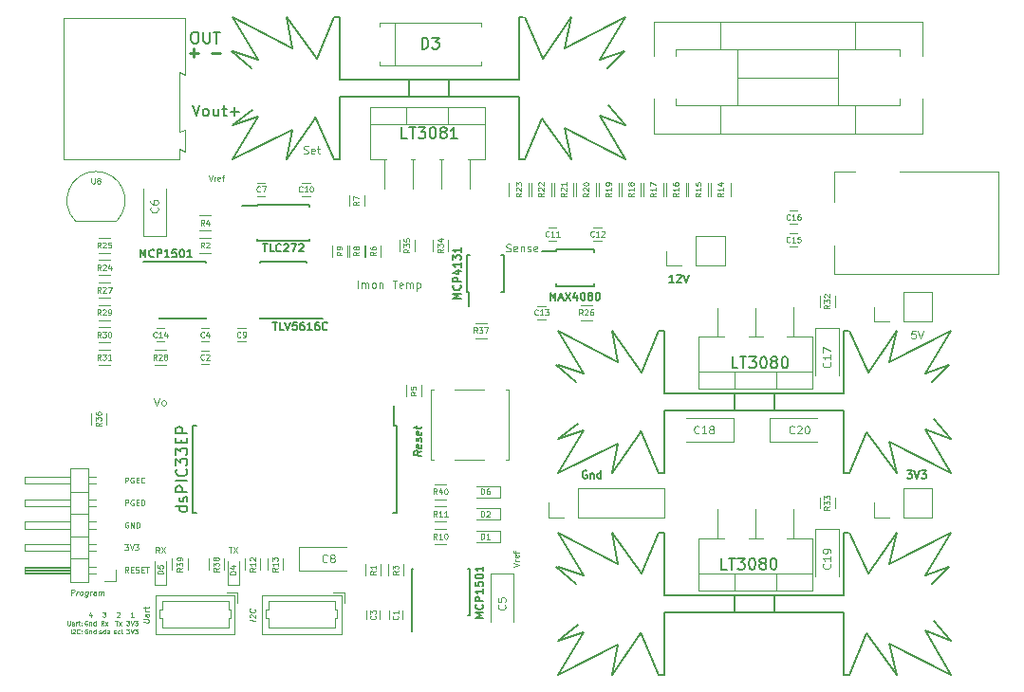
<source format=gbr>
G04 #@! TF.FileFunction,Legend,Top*
%FSLAX46Y46*%
G04 Gerber Fmt 4.6, Leading zero omitted, Abs format (unit mm)*
G04 Created by KiCad (PCBNEW 4.0.7-e2-6376~58~ubuntu16.04.1) date Fri Dec 29 21:47:46 2017*
%MOMM*%
%LPD*%
G01*
G04 APERTURE LIST*
%ADD10C,0.100000*%
%ADD11C,0.175000*%
%ADD12C,0.250000*%
%ADD13C,0.125000*%
%ADD14C,0.120000*%
%ADD15C,0.150000*%
%ADD16C,0.105000*%
%ADD17C,0.075000*%
G04 APERTURE END LIST*
D10*
D11*
X141816666Y-69316667D02*
X141416666Y-69316667D01*
X141616666Y-69316667D02*
X141616666Y-68616667D01*
X141550000Y-68716667D01*
X141483333Y-68783333D01*
X141416666Y-68816667D01*
X142083333Y-68683333D02*
X142116667Y-68650000D01*
X142183333Y-68616667D01*
X142350000Y-68616667D01*
X142416667Y-68650000D01*
X142450000Y-68683333D01*
X142483333Y-68750000D01*
X142483333Y-68816667D01*
X142450000Y-68916667D01*
X142050000Y-69316667D01*
X142483333Y-69316667D01*
X142683334Y-68616667D02*
X142916667Y-69316667D01*
X143150000Y-68616667D01*
X119316667Y-84406249D02*
X118983333Y-84597917D01*
X119316667Y-84806249D02*
X118616667Y-84718749D01*
X118616667Y-84452083D01*
X118650000Y-84389583D01*
X118683333Y-84360417D01*
X118750000Y-84335416D01*
X118850000Y-84347916D01*
X118916667Y-84389583D01*
X118950000Y-84427083D01*
X118983333Y-84497917D01*
X118983333Y-84764583D01*
X119283333Y-83835417D02*
X119316667Y-83906249D01*
X119316667Y-84039583D01*
X119283333Y-84102083D01*
X119216667Y-84127083D01*
X118950000Y-84093750D01*
X118883333Y-84052083D01*
X118850000Y-83981250D01*
X118850000Y-83847916D01*
X118883333Y-83785417D01*
X118950000Y-83760416D01*
X119016667Y-83768749D01*
X119083333Y-84110417D01*
X119283333Y-83535417D02*
X119316667Y-83472916D01*
X119316667Y-83339583D01*
X119283333Y-83268750D01*
X119216667Y-83227083D01*
X119183333Y-83222917D01*
X119116667Y-83247916D01*
X119083333Y-83310417D01*
X119083333Y-83410417D01*
X119050000Y-83472916D01*
X118983333Y-83497917D01*
X118950000Y-83493750D01*
X118883333Y-83452083D01*
X118850000Y-83381250D01*
X118850000Y-83281250D01*
X118883333Y-83218750D01*
X119283333Y-82668750D02*
X119316667Y-82739582D01*
X119316667Y-82872916D01*
X119283333Y-82935416D01*
X119216667Y-82960416D01*
X118950000Y-82927083D01*
X118883333Y-82885416D01*
X118850000Y-82814583D01*
X118850000Y-82681249D01*
X118883333Y-82618750D01*
X118950000Y-82593749D01*
X119016667Y-82602082D01*
X119083333Y-82943750D01*
X118850000Y-82381249D02*
X118850000Y-82114583D01*
X118616667Y-82252082D02*
X119216667Y-82327082D01*
X119283333Y-82302083D01*
X119316667Y-82239582D01*
X119316667Y-82172916D01*
D12*
X98619048Y-48821429D02*
X99380953Y-48821429D01*
X99000001Y-49202381D02*
X99000001Y-48440476D01*
X100619048Y-48821429D02*
X101380953Y-48821429D01*
D13*
X163366667Y-73616667D02*
X163033334Y-73616667D01*
X163000000Y-73950000D01*
X163033334Y-73916667D01*
X163100000Y-73883333D01*
X163266667Y-73883333D01*
X163333334Y-73916667D01*
X163366667Y-73950000D01*
X163400000Y-74016667D01*
X163400000Y-74183333D01*
X163366667Y-74250000D01*
X163333334Y-74283333D01*
X163266667Y-74316667D01*
X163100000Y-74316667D01*
X163033334Y-74283333D01*
X163000000Y-74250000D01*
X163600001Y-73616667D02*
X163833334Y-74316667D01*
X164066667Y-73616667D01*
D11*
X162633333Y-86116667D02*
X163066666Y-86116667D01*
X162833333Y-86383333D01*
X162933333Y-86383333D01*
X163000000Y-86416667D01*
X163033333Y-86450000D01*
X163066666Y-86516667D01*
X163066666Y-86683333D01*
X163033333Y-86750000D01*
X163000000Y-86783333D01*
X162933333Y-86816667D01*
X162733333Y-86816667D01*
X162666666Y-86783333D01*
X162633333Y-86750000D01*
X163266667Y-86116667D02*
X163500000Y-86816667D01*
X163733333Y-86116667D01*
X163900000Y-86116667D02*
X164333333Y-86116667D01*
X164100000Y-86383333D01*
X164200000Y-86383333D01*
X164266667Y-86416667D01*
X164300000Y-86450000D01*
X164333333Y-86516667D01*
X164333333Y-86683333D01*
X164300000Y-86750000D01*
X164266667Y-86783333D01*
X164200000Y-86816667D01*
X164000000Y-86816667D01*
X163933333Y-86783333D01*
X163900000Y-86750000D01*
X134050000Y-86150000D02*
X133983334Y-86116667D01*
X133883334Y-86116667D01*
X133783334Y-86150000D01*
X133716667Y-86216667D01*
X133683334Y-86283333D01*
X133650000Y-86416667D01*
X133650000Y-86516667D01*
X133683334Y-86650000D01*
X133716667Y-86716667D01*
X133783334Y-86783333D01*
X133883334Y-86816667D01*
X133950000Y-86816667D01*
X134050000Y-86783333D01*
X134083334Y-86750000D01*
X134083334Y-86516667D01*
X133950000Y-86516667D01*
X134383334Y-86350000D02*
X134383334Y-86816667D01*
X134383334Y-86416667D02*
X134416667Y-86383333D01*
X134483334Y-86350000D01*
X134583334Y-86350000D01*
X134650000Y-86383333D01*
X134683334Y-86450000D01*
X134683334Y-86816667D01*
X135316667Y-86816667D02*
X135316667Y-86116667D01*
X135316667Y-86783333D02*
X135250000Y-86816667D01*
X135116667Y-86816667D01*
X135050000Y-86783333D01*
X135016667Y-86750000D01*
X134983333Y-86683333D01*
X134983333Y-86483333D01*
X135016667Y-86416667D01*
X135050000Y-86383333D01*
X135116667Y-86350000D01*
X135250000Y-86350000D01*
X135316667Y-86383333D01*
D10*
X93004763Y-100280952D02*
X93252382Y-100280952D01*
X93119049Y-100433333D01*
X93176191Y-100433333D01*
X93214287Y-100452381D01*
X93233334Y-100471429D01*
X93252382Y-100509524D01*
X93252382Y-100604762D01*
X93233334Y-100642857D01*
X93214287Y-100661905D01*
X93176191Y-100680952D01*
X93061906Y-100680952D01*
X93023810Y-100661905D01*
X93004763Y-100642857D01*
X93366667Y-100280952D02*
X93500001Y-100680952D01*
X93633334Y-100280952D01*
X93728572Y-100280952D02*
X93976191Y-100280952D01*
X93842858Y-100433333D01*
X93900000Y-100433333D01*
X93938096Y-100452381D01*
X93957143Y-100471429D01*
X93976191Y-100509524D01*
X93976191Y-100604762D01*
X93957143Y-100642857D01*
X93938096Y-100661905D01*
X93900000Y-100680952D01*
X93785715Y-100680952D01*
X93747619Y-100661905D01*
X93728572Y-100642857D01*
X91888095Y-100661905D02*
X91926191Y-100680952D01*
X92002381Y-100680952D01*
X92040476Y-100661905D01*
X92059524Y-100623810D01*
X92059524Y-100604762D01*
X92040476Y-100566667D01*
X92002381Y-100547619D01*
X91945238Y-100547619D01*
X91907143Y-100528571D01*
X91888095Y-100490476D01*
X91888095Y-100471429D01*
X91907143Y-100433333D01*
X91945238Y-100414286D01*
X92002381Y-100414286D01*
X92040476Y-100433333D01*
X92402382Y-100661905D02*
X92364286Y-100680952D01*
X92288096Y-100680952D01*
X92250001Y-100661905D01*
X92230953Y-100642857D01*
X92211905Y-100604762D01*
X92211905Y-100490476D01*
X92230953Y-100452381D01*
X92250001Y-100433333D01*
X92288096Y-100414286D01*
X92364286Y-100414286D01*
X92402382Y-100433333D01*
X92630953Y-100680952D02*
X92592858Y-100661905D01*
X92573810Y-100623810D01*
X92573810Y-100280952D01*
X90552380Y-100661905D02*
X90590476Y-100680952D01*
X90666666Y-100680952D01*
X90704761Y-100661905D01*
X90723809Y-100623810D01*
X90723809Y-100604762D01*
X90704761Y-100566667D01*
X90666666Y-100547619D01*
X90609523Y-100547619D01*
X90571428Y-100528571D01*
X90552380Y-100490476D01*
X90552380Y-100471429D01*
X90571428Y-100433333D01*
X90609523Y-100414286D01*
X90666666Y-100414286D01*
X90704761Y-100433333D01*
X91066667Y-100680952D02*
X91066667Y-100280952D01*
X91066667Y-100661905D02*
X91028571Y-100680952D01*
X90952381Y-100680952D01*
X90914286Y-100661905D01*
X90895238Y-100642857D01*
X90876190Y-100604762D01*
X90876190Y-100490476D01*
X90895238Y-100452381D01*
X90914286Y-100433333D01*
X90952381Y-100414286D01*
X91028571Y-100414286D01*
X91066667Y-100433333D01*
X91428572Y-100680952D02*
X91428572Y-100471429D01*
X91409524Y-100433333D01*
X91371429Y-100414286D01*
X91295238Y-100414286D01*
X91257143Y-100433333D01*
X91428572Y-100661905D02*
X91390476Y-100680952D01*
X91295238Y-100680952D01*
X91257143Y-100661905D01*
X91238095Y-100623810D01*
X91238095Y-100585714D01*
X91257143Y-100547619D01*
X91295238Y-100528571D01*
X91390476Y-100528571D01*
X91428572Y-100509524D01*
X89492857Y-100300000D02*
X89454762Y-100280952D01*
X89397619Y-100280952D01*
X89340476Y-100300000D01*
X89302381Y-100338095D01*
X89283333Y-100376190D01*
X89264285Y-100452381D01*
X89264285Y-100509524D01*
X89283333Y-100585714D01*
X89302381Y-100623810D01*
X89340476Y-100661905D01*
X89397619Y-100680952D01*
X89435714Y-100680952D01*
X89492857Y-100661905D01*
X89511905Y-100642857D01*
X89511905Y-100509524D01*
X89435714Y-100509524D01*
X89683333Y-100414286D02*
X89683333Y-100680952D01*
X89683333Y-100452381D02*
X89702381Y-100433333D01*
X89740476Y-100414286D01*
X89797619Y-100414286D01*
X89835714Y-100433333D01*
X89854762Y-100471429D01*
X89854762Y-100680952D01*
X90216667Y-100680952D02*
X90216667Y-100280952D01*
X90216667Y-100661905D02*
X90178571Y-100680952D01*
X90102381Y-100680952D01*
X90064286Y-100661905D01*
X90045238Y-100642857D01*
X90026190Y-100604762D01*
X90026190Y-100490476D01*
X90045238Y-100452381D01*
X90064286Y-100433333D01*
X90102381Y-100414286D01*
X90178571Y-100414286D01*
X90216667Y-100433333D01*
X88014286Y-100680952D02*
X88014286Y-100280952D01*
X88185714Y-100319048D02*
X88204762Y-100300000D01*
X88242857Y-100280952D01*
X88338095Y-100280952D01*
X88376191Y-100300000D01*
X88395238Y-100319048D01*
X88414286Y-100357143D01*
X88414286Y-100395238D01*
X88395238Y-100452381D01*
X88166667Y-100680952D01*
X88414286Y-100680952D01*
X88814286Y-100642857D02*
X88795238Y-100661905D01*
X88738095Y-100680952D01*
X88700000Y-100680952D01*
X88642857Y-100661905D01*
X88604762Y-100623810D01*
X88585714Y-100585714D01*
X88566666Y-100509524D01*
X88566666Y-100452381D01*
X88585714Y-100376190D01*
X88604762Y-100338095D01*
X88642857Y-100300000D01*
X88700000Y-100280952D01*
X88738095Y-100280952D01*
X88795238Y-100300000D01*
X88814286Y-100319048D01*
X88985714Y-100642857D02*
X89004762Y-100661905D01*
X88985714Y-100680952D01*
X88966666Y-100661905D01*
X88985714Y-100642857D01*
X88985714Y-100680952D01*
X88985714Y-100433333D02*
X89004762Y-100452381D01*
X88985714Y-100471429D01*
X88966666Y-100452381D01*
X88985714Y-100433333D01*
X88985714Y-100471429D01*
X93614286Y-99180952D02*
X93385714Y-99180952D01*
X93500000Y-99180952D02*
X93500000Y-98780952D01*
X93461905Y-98838095D01*
X93423810Y-98876190D01*
X93385714Y-98895238D01*
X92135714Y-98819048D02*
X92154762Y-98800000D01*
X92192857Y-98780952D01*
X92288095Y-98780952D01*
X92326191Y-98800000D01*
X92345238Y-98819048D01*
X92364286Y-98857143D01*
X92364286Y-98895238D01*
X92345238Y-98952381D01*
X92116667Y-99180952D01*
X92364286Y-99180952D01*
X90866667Y-98780952D02*
X91114286Y-98780952D01*
X90980953Y-98933333D01*
X91038095Y-98933333D01*
X91076191Y-98952381D01*
X91095238Y-98971429D01*
X91114286Y-99009524D01*
X91114286Y-99104762D01*
X91095238Y-99142857D01*
X91076191Y-99161905D01*
X91038095Y-99180952D01*
X90923810Y-99180952D01*
X90885714Y-99161905D01*
X90866667Y-99142857D01*
X89826191Y-98914286D02*
X89826191Y-99180952D01*
X89730953Y-98761905D02*
X89635714Y-99047619D01*
X89883334Y-99047619D01*
X93004763Y-99530952D02*
X93252382Y-99530952D01*
X93119049Y-99683333D01*
X93176191Y-99683333D01*
X93214287Y-99702381D01*
X93233334Y-99721429D01*
X93252382Y-99759524D01*
X93252382Y-99854762D01*
X93233334Y-99892857D01*
X93214287Y-99911905D01*
X93176191Y-99930952D01*
X93061906Y-99930952D01*
X93023810Y-99911905D01*
X93004763Y-99892857D01*
X93366667Y-99530952D02*
X93500001Y-99930952D01*
X93633334Y-99530952D01*
X93728572Y-99530952D02*
X93976191Y-99530952D01*
X93842858Y-99683333D01*
X93900000Y-99683333D01*
X93938096Y-99702381D01*
X93957143Y-99721429D01*
X93976191Y-99759524D01*
X93976191Y-99854762D01*
X93957143Y-99892857D01*
X93938096Y-99911905D01*
X93900000Y-99930952D01*
X93785715Y-99930952D01*
X93747619Y-99911905D01*
X93728572Y-99892857D01*
X91973809Y-99530952D02*
X92202381Y-99530952D01*
X92088095Y-99930952D02*
X92088095Y-99530952D01*
X92297619Y-99930952D02*
X92507143Y-99664286D01*
X92297619Y-99664286D02*
X92507143Y-99930952D01*
X90961905Y-99930952D02*
X90828571Y-99740476D01*
X90733333Y-99930952D02*
X90733333Y-99530952D01*
X90885714Y-99530952D01*
X90923809Y-99550000D01*
X90942857Y-99569048D01*
X90961905Y-99607143D01*
X90961905Y-99664286D01*
X90942857Y-99702381D01*
X90923809Y-99721429D01*
X90885714Y-99740476D01*
X90733333Y-99740476D01*
X91095238Y-99930952D02*
X91304762Y-99664286D01*
X91095238Y-99664286D02*
X91304762Y-99930952D01*
X89492857Y-99550000D02*
X89454762Y-99530952D01*
X89397619Y-99530952D01*
X89340476Y-99550000D01*
X89302381Y-99588095D01*
X89283333Y-99626190D01*
X89264285Y-99702381D01*
X89264285Y-99759524D01*
X89283333Y-99835714D01*
X89302381Y-99873810D01*
X89340476Y-99911905D01*
X89397619Y-99930952D01*
X89435714Y-99930952D01*
X89492857Y-99911905D01*
X89511905Y-99892857D01*
X89511905Y-99759524D01*
X89435714Y-99759524D01*
X89683333Y-99664286D02*
X89683333Y-99930952D01*
X89683333Y-99702381D02*
X89702381Y-99683333D01*
X89740476Y-99664286D01*
X89797619Y-99664286D01*
X89835714Y-99683333D01*
X89854762Y-99721429D01*
X89854762Y-99930952D01*
X90216667Y-99930952D02*
X90216667Y-99530952D01*
X90216667Y-99911905D02*
X90178571Y-99930952D01*
X90102381Y-99930952D01*
X90064286Y-99911905D01*
X90045238Y-99892857D01*
X90026190Y-99854762D01*
X90026190Y-99740476D01*
X90045238Y-99702381D01*
X90064286Y-99683333D01*
X90102381Y-99664286D01*
X90178571Y-99664286D01*
X90216667Y-99683333D01*
X87719048Y-99530952D02*
X87719048Y-99854762D01*
X87738096Y-99892857D01*
X87757143Y-99911905D01*
X87795239Y-99930952D01*
X87871429Y-99930952D01*
X87909524Y-99911905D01*
X87928572Y-99892857D01*
X87947620Y-99854762D01*
X87947620Y-99530952D01*
X88309525Y-99930952D02*
X88309525Y-99721429D01*
X88290477Y-99683333D01*
X88252382Y-99664286D01*
X88176191Y-99664286D01*
X88138096Y-99683333D01*
X88309525Y-99911905D02*
X88271429Y-99930952D01*
X88176191Y-99930952D01*
X88138096Y-99911905D01*
X88119048Y-99873810D01*
X88119048Y-99835714D01*
X88138096Y-99797619D01*
X88176191Y-99778571D01*
X88271429Y-99778571D01*
X88309525Y-99759524D01*
X88500001Y-99930952D02*
X88500001Y-99664286D01*
X88500001Y-99740476D02*
X88519049Y-99702381D01*
X88538096Y-99683333D01*
X88576192Y-99664286D01*
X88614287Y-99664286D01*
X88690477Y-99664286D02*
X88842858Y-99664286D01*
X88747620Y-99530952D02*
X88747620Y-99873810D01*
X88766668Y-99911905D01*
X88804763Y-99930952D01*
X88842858Y-99930952D01*
X88976191Y-99892857D02*
X88995239Y-99911905D01*
X88976191Y-99930952D01*
X88957143Y-99911905D01*
X88976191Y-99892857D01*
X88976191Y-99930952D01*
X88976191Y-99683333D02*
X88995239Y-99702381D01*
X88976191Y-99721429D01*
X88957143Y-99702381D01*
X88976191Y-99683333D01*
X88976191Y-99721429D01*
D13*
X104476190Y-99516368D02*
X103976190Y-99453868D01*
X104023810Y-99245535D02*
X104000000Y-99218749D01*
X103976190Y-99168154D01*
X103976190Y-99049107D01*
X104000000Y-99004464D01*
X104023810Y-98983630D01*
X104071429Y-98965774D01*
X104119048Y-98971726D01*
X104190476Y-99004463D01*
X104476190Y-99325892D01*
X104476190Y-99016369D01*
X104428571Y-98510416D02*
X104452381Y-98537203D01*
X104476190Y-98611607D01*
X104476190Y-98659226D01*
X104452381Y-98727679D01*
X104404762Y-98769345D01*
X104357143Y-98787202D01*
X104261905Y-98799107D01*
X104190476Y-98790178D01*
X104095238Y-98754464D01*
X104047619Y-98724702D01*
X104000000Y-98671131D01*
X103976190Y-98596726D01*
X103976190Y-98549107D01*
X104000000Y-98480655D01*
X104023810Y-98459821D01*
X102119048Y-92976190D02*
X102404762Y-92976190D01*
X102261905Y-93476190D02*
X102261905Y-92976190D01*
X102523810Y-92976190D02*
X102857143Y-93476190D01*
X102857143Y-92976190D02*
X102523810Y-93476190D01*
X95916667Y-93476190D02*
X95750000Y-93238095D01*
X95630953Y-93476190D02*
X95630953Y-92976190D01*
X95821429Y-92976190D01*
X95869048Y-93000000D01*
X95892857Y-93023810D01*
X95916667Y-93071429D01*
X95916667Y-93142857D01*
X95892857Y-93190476D01*
X95869048Y-93214286D01*
X95821429Y-93238095D01*
X95630953Y-93238095D01*
X96083334Y-92976190D02*
X96416667Y-93476190D01*
X96416667Y-92976190D02*
X96083334Y-93476190D01*
X94476190Y-99632440D02*
X94880952Y-99683035D01*
X94928571Y-99665178D01*
X94952381Y-99644345D01*
X94976190Y-99599702D01*
X94976190Y-99504464D01*
X94952381Y-99453869D01*
X94928571Y-99427083D01*
X94880952Y-99397321D01*
X94476190Y-99346726D01*
X94976190Y-98956845D02*
X94714286Y-98924107D01*
X94666667Y-98941963D01*
X94642857Y-98986606D01*
X94642857Y-99081844D01*
X94666667Y-99132439D01*
X94952381Y-98953869D02*
X94976190Y-99004464D01*
X94976190Y-99123511D01*
X94952381Y-99168154D01*
X94904762Y-99186011D01*
X94857143Y-99180059D01*
X94809524Y-99150296D01*
X94785714Y-99099701D01*
X94785714Y-98980654D01*
X94761905Y-98930059D01*
X94976190Y-98718749D02*
X94642857Y-98677082D01*
X94738095Y-98688987D02*
X94690476Y-98659225D01*
X94666667Y-98632439D01*
X94642857Y-98581844D01*
X94642857Y-98534225D01*
X94642857Y-98438987D02*
X94642857Y-98248511D01*
X94476190Y-98346725D02*
X94904762Y-98400296D01*
X94952381Y-98382440D01*
X94976190Y-98337797D01*
X94976190Y-98290178D01*
X88019345Y-97226190D02*
X88081845Y-96726190D01*
X88272321Y-96726190D01*
X88316964Y-96750000D01*
X88337797Y-96773810D01*
X88355654Y-96821429D01*
X88346726Y-96892857D01*
X88316964Y-96940476D01*
X88290178Y-96964286D01*
X88239583Y-96988095D01*
X88049107Y-96988095D01*
X88519345Y-97226190D02*
X88561012Y-96892857D01*
X88549107Y-96988095D02*
X88578869Y-96940476D01*
X88605655Y-96916667D01*
X88656250Y-96892857D01*
X88703869Y-96892857D01*
X88900297Y-97226190D02*
X88855654Y-97202381D01*
X88834822Y-97178571D01*
X88816964Y-97130952D01*
X88834821Y-96988095D01*
X88864584Y-96940476D01*
X88891369Y-96916667D01*
X88941964Y-96892857D01*
X89013393Y-96892857D01*
X89058036Y-96916667D01*
X89078869Y-96940476D01*
X89096726Y-96988095D01*
X89078869Y-97130952D01*
X89049107Y-97178571D01*
X89022321Y-97202381D01*
X88971726Y-97226190D01*
X88900297Y-97226190D01*
X89537202Y-96892857D02*
X89486607Y-97297619D01*
X89456845Y-97345238D01*
X89430059Y-97369048D01*
X89379464Y-97392857D01*
X89308036Y-97392857D01*
X89263393Y-97369048D01*
X89498511Y-97202381D02*
X89447916Y-97226190D01*
X89352678Y-97226190D01*
X89308035Y-97202381D01*
X89287203Y-97178571D01*
X89269345Y-97130952D01*
X89287202Y-96988095D01*
X89316965Y-96940476D01*
X89343750Y-96916667D01*
X89394345Y-96892857D01*
X89489583Y-96892857D01*
X89534226Y-96916667D01*
X89733631Y-97226190D02*
X89775298Y-96892857D01*
X89763393Y-96988095D02*
X89793155Y-96940476D01*
X89819941Y-96916667D01*
X89870536Y-96892857D01*
X89918155Y-96892857D01*
X90257440Y-97226190D02*
X90290178Y-96964286D01*
X90272322Y-96916667D01*
X90227679Y-96892857D01*
X90132441Y-96892857D01*
X90081846Y-96916667D01*
X90260416Y-97202381D02*
X90209821Y-97226190D01*
X90090774Y-97226190D01*
X90046131Y-97202381D01*
X90028274Y-97154762D01*
X90034226Y-97107143D01*
X90063989Y-97059524D01*
X90114584Y-97035714D01*
X90233631Y-97035714D01*
X90284226Y-97011905D01*
X90495536Y-97226190D02*
X90537203Y-96892857D01*
X90531251Y-96940476D02*
X90558036Y-96916667D01*
X90608631Y-96892857D01*
X90680060Y-96892857D01*
X90724703Y-96916667D01*
X90742559Y-96964286D01*
X90709821Y-97226190D01*
X90742559Y-96964286D02*
X90772322Y-96916667D01*
X90822917Y-96892857D01*
X90894345Y-96892857D01*
X90938989Y-96916667D01*
X90956845Y-96964286D01*
X90924107Y-97226190D01*
X93154762Y-95226190D02*
X92988095Y-94988095D01*
X92869048Y-95226190D02*
X92869048Y-94726190D01*
X93059524Y-94726190D01*
X93107143Y-94750000D01*
X93130952Y-94773810D01*
X93154762Y-94821429D01*
X93154762Y-94892857D01*
X93130952Y-94940476D01*
X93107143Y-94964286D01*
X93059524Y-94988095D01*
X92869048Y-94988095D01*
X93369048Y-94964286D02*
X93535714Y-94964286D01*
X93607143Y-95226190D02*
X93369048Y-95226190D01*
X93369048Y-94726190D01*
X93607143Y-94726190D01*
X93797619Y-95202381D02*
X93869048Y-95226190D01*
X93988095Y-95226190D01*
X94035714Y-95202381D01*
X94059524Y-95178571D01*
X94083333Y-95130952D01*
X94083333Y-95083333D01*
X94059524Y-95035714D01*
X94035714Y-95011905D01*
X93988095Y-94988095D01*
X93892857Y-94964286D01*
X93845238Y-94940476D01*
X93821429Y-94916667D01*
X93797619Y-94869048D01*
X93797619Y-94821429D01*
X93821429Y-94773810D01*
X93845238Y-94750000D01*
X93892857Y-94726190D01*
X94011905Y-94726190D01*
X94083333Y-94750000D01*
X94297619Y-94964286D02*
X94464285Y-94964286D01*
X94535714Y-95226190D02*
X94297619Y-95226190D01*
X94297619Y-94726190D01*
X94535714Y-94726190D01*
X94678571Y-94726190D02*
X94964285Y-94726190D01*
X94821428Y-95226190D02*
X94821428Y-94726190D01*
X92821429Y-92726190D02*
X93130952Y-92726190D01*
X92964286Y-92916667D01*
X93035714Y-92916667D01*
X93083333Y-92940476D01*
X93107143Y-92964286D01*
X93130952Y-93011905D01*
X93130952Y-93130952D01*
X93107143Y-93178571D01*
X93083333Y-93202381D01*
X93035714Y-93226190D01*
X92892857Y-93226190D01*
X92845238Y-93202381D01*
X92821429Y-93178571D01*
X93273809Y-92726190D02*
X93440476Y-93226190D01*
X93607142Y-92726190D01*
X93726190Y-92726190D02*
X94035713Y-92726190D01*
X93869047Y-92916667D01*
X93940475Y-92916667D01*
X93988094Y-92940476D01*
X94011904Y-92964286D01*
X94035713Y-93011905D01*
X94035713Y-93130952D01*
X94011904Y-93178571D01*
X93988094Y-93202381D01*
X93940475Y-93226190D01*
X93797618Y-93226190D01*
X93749999Y-93202381D01*
X93726190Y-93178571D01*
X93130952Y-90750000D02*
X93083333Y-90726190D01*
X93011905Y-90726190D01*
X92940476Y-90750000D01*
X92892857Y-90797619D01*
X92869048Y-90845238D01*
X92845238Y-90940476D01*
X92845238Y-91011905D01*
X92869048Y-91107143D01*
X92892857Y-91154762D01*
X92940476Y-91202381D01*
X93011905Y-91226190D01*
X93059524Y-91226190D01*
X93130952Y-91202381D01*
X93154762Y-91178571D01*
X93154762Y-91011905D01*
X93059524Y-91011905D01*
X93369048Y-91226190D02*
X93369048Y-90726190D01*
X93654762Y-91226190D01*
X93654762Y-90726190D01*
X93892858Y-91226190D02*
X93892858Y-90726190D01*
X94011905Y-90726190D01*
X94083334Y-90750000D01*
X94130953Y-90797619D01*
X94154762Y-90845238D01*
X94178572Y-90940476D01*
X94178572Y-91011905D01*
X94154762Y-91107143D01*
X94130953Y-91154762D01*
X94083334Y-91202381D01*
X94011905Y-91226190D01*
X93892858Y-91226190D01*
X92869048Y-89226190D02*
X92869048Y-88726190D01*
X93059524Y-88726190D01*
X93107143Y-88750000D01*
X93130952Y-88773810D01*
X93154762Y-88821429D01*
X93154762Y-88892857D01*
X93130952Y-88940476D01*
X93107143Y-88964286D01*
X93059524Y-88988095D01*
X92869048Y-88988095D01*
X93630952Y-88750000D02*
X93583333Y-88726190D01*
X93511905Y-88726190D01*
X93440476Y-88750000D01*
X93392857Y-88797619D01*
X93369048Y-88845238D01*
X93345238Y-88940476D01*
X93345238Y-89011905D01*
X93369048Y-89107143D01*
X93392857Y-89154762D01*
X93440476Y-89202381D01*
X93511905Y-89226190D01*
X93559524Y-89226190D01*
X93630952Y-89202381D01*
X93654762Y-89178571D01*
X93654762Y-89011905D01*
X93559524Y-89011905D01*
X93869048Y-88964286D02*
X94035714Y-88964286D01*
X94107143Y-89226190D02*
X93869048Y-89226190D01*
X93869048Y-88726190D01*
X94107143Y-88726190D01*
X94321429Y-89226190D02*
X94321429Y-88726190D01*
X94440476Y-88726190D01*
X94511905Y-88750000D01*
X94559524Y-88797619D01*
X94583333Y-88845238D01*
X94607143Y-88940476D01*
X94607143Y-89011905D01*
X94583333Y-89107143D01*
X94559524Y-89154762D01*
X94511905Y-89202381D01*
X94440476Y-89226190D01*
X94321429Y-89226190D01*
X92869048Y-87226190D02*
X92869048Y-86726190D01*
X93059524Y-86726190D01*
X93107143Y-86750000D01*
X93130952Y-86773810D01*
X93154762Y-86821429D01*
X93154762Y-86892857D01*
X93130952Y-86940476D01*
X93107143Y-86964286D01*
X93059524Y-86988095D01*
X92869048Y-86988095D01*
X93630952Y-86750000D02*
X93583333Y-86726190D01*
X93511905Y-86726190D01*
X93440476Y-86750000D01*
X93392857Y-86797619D01*
X93369048Y-86845238D01*
X93345238Y-86940476D01*
X93345238Y-87011905D01*
X93369048Y-87107143D01*
X93392857Y-87154762D01*
X93440476Y-87202381D01*
X93511905Y-87226190D01*
X93559524Y-87226190D01*
X93630952Y-87202381D01*
X93654762Y-87178571D01*
X93654762Y-87011905D01*
X93559524Y-87011905D01*
X93869048Y-86964286D02*
X94035714Y-86964286D01*
X94107143Y-87226190D02*
X93869048Y-87226190D01*
X93869048Y-86726190D01*
X94107143Y-86726190D01*
X94607143Y-87178571D02*
X94583333Y-87202381D01*
X94511905Y-87226190D01*
X94464286Y-87226190D01*
X94392857Y-87202381D01*
X94345238Y-87154762D01*
X94321429Y-87107143D01*
X94297619Y-87011905D01*
X94297619Y-86940476D01*
X94321429Y-86845238D01*
X94345238Y-86797619D01*
X94392857Y-86750000D01*
X94464286Y-86726190D01*
X94511905Y-86726190D01*
X94583333Y-86750000D01*
X94607143Y-86773810D01*
D14*
X94450000Y-65150000D02*
X94450000Y-60900000D01*
X96550000Y-65150000D02*
X96550000Y-60900000D01*
X94450000Y-65150000D02*
X96550000Y-65150000D01*
D15*
X117125000Y-82125000D02*
X116875000Y-82125000D01*
X117125000Y-89875000D02*
X116780000Y-89875000D01*
X98875000Y-89875000D02*
X99220000Y-89875000D01*
X98875000Y-82125000D02*
X99220000Y-82125000D01*
X117125000Y-82125000D02*
X117125000Y-89875000D01*
X98875000Y-82125000D02*
X98875000Y-89875000D01*
X116875000Y-82125000D02*
X116875000Y-80300000D01*
D14*
X116400000Y-99350000D02*
X116400000Y-98650000D01*
X117600000Y-98650000D02*
X117600000Y-99350000D01*
X99650000Y-75400000D02*
X100350000Y-75400000D01*
X100350000Y-76600000D02*
X99650000Y-76600000D01*
X114400000Y-99350000D02*
X114400000Y-98650000D01*
X115600000Y-98650000D02*
X115600000Y-99350000D01*
X99650000Y-73400000D02*
X100350000Y-73400000D01*
X100350000Y-74600000D02*
X99650000Y-74600000D01*
X127550000Y-95350000D02*
X127550000Y-99600000D01*
X125450000Y-95350000D02*
X125450000Y-99600000D01*
X127550000Y-95350000D02*
X125450000Y-95350000D01*
X104650000Y-60400000D02*
X105350000Y-60400000D01*
X105350000Y-61600000D02*
X104650000Y-61600000D01*
X108350000Y-92950000D02*
X112600000Y-92950000D01*
X108350000Y-95050000D02*
X112600000Y-95050000D01*
X108350000Y-92950000D02*
X108350000Y-95050000D01*
X103600000Y-74600000D02*
X102900000Y-74600000D01*
X102900000Y-73400000D02*
X103600000Y-73400000D01*
X109350000Y-61600000D02*
X108650000Y-61600000D01*
X108650000Y-60400000D02*
X109350000Y-60400000D01*
X130650000Y-64400000D02*
X131350000Y-64400000D01*
X131350000Y-65600000D02*
X130650000Y-65600000D01*
X135350000Y-65600000D02*
X134650000Y-65600000D01*
X134650000Y-64400000D02*
X135350000Y-64400000D01*
X130350000Y-72600000D02*
X129650000Y-72600000D01*
X129650000Y-71400000D02*
X130350000Y-71400000D01*
X95650000Y-73400000D02*
X96350000Y-73400000D01*
X96350000Y-74600000D02*
X95650000Y-74600000D01*
X152150000Y-64900000D02*
X152850000Y-64900000D01*
X152850000Y-66100000D02*
X152150000Y-66100000D01*
X152150000Y-62900000D02*
X152850000Y-62900000D01*
X152850000Y-64100000D02*
X152150000Y-64100000D01*
X156550000Y-73350000D02*
X156550000Y-77600000D01*
X154450000Y-73350000D02*
X154450000Y-77600000D01*
X156550000Y-73350000D02*
X154450000Y-73350000D01*
X147150000Y-83550000D02*
X142900000Y-83550000D01*
X147150000Y-81450000D02*
X142900000Y-81450000D01*
X147150000Y-83550000D02*
X147150000Y-81450000D01*
X156550000Y-91350000D02*
X156550000Y-95600000D01*
X154450000Y-91350000D02*
X154450000Y-95600000D01*
X156550000Y-91350000D02*
X154450000Y-91350000D01*
X150350000Y-81450000D02*
X154600000Y-81450000D01*
X150350000Y-83550000D02*
X154600000Y-83550000D01*
X150350000Y-81450000D02*
X150350000Y-83550000D01*
X162000000Y-59400000D02*
X170800000Y-59400000D01*
X170800000Y-59400000D02*
X170800000Y-68600000D01*
X156100000Y-62100000D02*
X156100000Y-59400000D01*
X156100000Y-59400000D02*
X158000000Y-59400000D01*
X170800000Y-68600000D02*
X156100000Y-68600000D01*
X156100000Y-68600000D02*
X156100000Y-66000000D01*
X126300000Y-92500000D02*
X126300000Y-91500000D01*
X126300000Y-91500000D02*
X124200000Y-91500000D01*
X126300000Y-92500000D02*
X124200000Y-92500000D01*
X126300000Y-90500000D02*
X126300000Y-89500000D01*
X126300000Y-89500000D02*
X124200000Y-89500000D01*
X126300000Y-90500000D02*
X124200000Y-90500000D01*
X115570000Y-46420000D02*
X115570000Y-46090000D01*
X115570000Y-46090000D02*
X124590000Y-46090000D01*
X124590000Y-46090000D02*
X124590000Y-46420000D01*
X115570000Y-49580000D02*
X115570000Y-49910000D01*
X115570000Y-49910000D02*
X124590000Y-49910000D01*
X124590000Y-49910000D02*
X124590000Y-49580000D01*
X116965000Y-46090000D02*
X116965000Y-49910000D01*
X102000000Y-96300000D02*
X103000000Y-96300000D01*
X103000000Y-96300000D02*
X103000000Y-94200000D01*
X102000000Y-96300000D02*
X102000000Y-94200000D01*
X95500000Y-96300000D02*
X96500000Y-96300000D01*
X96500000Y-96300000D02*
X96500000Y-94200000D01*
X95500000Y-96300000D02*
X95500000Y-94200000D01*
X126300000Y-88500000D02*
X126300000Y-87500000D01*
X126300000Y-87500000D02*
X124200000Y-87500000D01*
X126300000Y-88500000D02*
X124200000Y-88500000D01*
X146000000Y-48500000D02*
X146000000Y-46000000D01*
X146000000Y-56000000D02*
X146000000Y-53500000D01*
X158000000Y-56000000D02*
X158000000Y-53500000D01*
X158000000Y-46000000D02*
X158000000Y-48500000D01*
X147500000Y-51000000D02*
X156500000Y-51000000D01*
X147500000Y-48500000D02*
X147500000Y-53500000D01*
X156500000Y-48500000D02*
X156500000Y-53500000D01*
X162000000Y-49100000D02*
X162000000Y-48500000D01*
X142000000Y-52900000D02*
X142000000Y-53500000D01*
X142000000Y-53500000D02*
X162000000Y-53500000D01*
X162000000Y-53500000D02*
X162000000Y-52900000D01*
X162000000Y-48500000D02*
X142000000Y-48500000D01*
X142000000Y-48500000D02*
X142000000Y-49100000D01*
X164000000Y-49100000D02*
X164000000Y-46000000D01*
X140000000Y-52900000D02*
X140000000Y-56000000D01*
X140000000Y-56000000D02*
X164000000Y-56000000D01*
X164000000Y-56000000D02*
X164000000Y-52900000D01*
X164000000Y-46000000D02*
X140000000Y-46000000D01*
X140000000Y-46000000D02*
X140000000Y-49100000D01*
D15*
X118222000Y-51238000D02*
X118222000Y-52762000D01*
X121778000Y-51238000D02*
X121778000Y-52762000D01*
X111491000Y-58350000D02*
X111999000Y-58350000D01*
X137526000Y-45650000D02*
X132065000Y-48444000D01*
X132065000Y-48444000D02*
X132700000Y-45650000D01*
X109967000Y-49333000D02*
X107300000Y-45650000D01*
X107300000Y-45650000D02*
X107808000Y-48444000D01*
X107808000Y-48444000D02*
X102474000Y-45650000D01*
X109840000Y-54667000D02*
X107300000Y-58350000D01*
X107300000Y-58350000D02*
X107808000Y-55683000D01*
X107808000Y-55683000D02*
X102474000Y-58350000D01*
X104760000Y-54540000D02*
X102474000Y-58350000D01*
X104760000Y-49460000D02*
X102474000Y-45650000D01*
X128001000Y-45650000D02*
X128382000Y-45650000D01*
X128001000Y-58350000D02*
X128509000Y-58350000D01*
X130033000Y-54667000D02*
X132700000Y-58350000D01*
X132700000Y-58350000D02*
X132065000Y-55556000D01*
X132065000Y-55556000D02*
X137526000Y-58350000D01*
X135240000Y-54413000D02*
X137526000Y-55302000D01*
X137526000Y-55302000D02*
X136002000Y-53524000D01*
X137526000Y-58350000D02*
X135240000Y-54413000D01*
X135240000Y-49460000D02*
X137399000Y-48698000D01*
X137399000Y-48698000D02*
X135875000Y-50222000D01*
X137526000Y-45650000D02*
X135240000Y-49460000D01*
X130160000Y-49333000D02*
X132700000Y-45650000D01*
X128509000Y-58350000D02*
X130033000Y-54667000D01*
X128509000Y-45650000D02*
X130160000Y-49333000D01*
X111491000Y-58350000D02*
X109840000Y-54540000D01*
X111999000Y-45650000D02*
X111491000Y-45650000D01*
X111491000Y-45650000D02*
X109967000Y-49333000D01*
X102474000Y-55302000D02*
X104252000Y-53905000D01*
X102347000Y-48698000D02*
X104125000Y-50222000D01*
X102474000Y-55302000D02*
X104760000Y-54540000D01*
X102474000Y-48698000D02*
X104760000Y-49460000D01*
X120000000Y-52762000D02*
X111999000Y-52762000D01*
X111999000Y-52762000D02*
X111999000Y-58350000D01*
X120000000Y-52762000D02*
X128001000Y-52762000D01*
X128001000Y-52762000D02*
X128001000Y-58350000D01*
X120000000Y-51238000D02*
X111999000Y-51238000D01*
X111999000Y-51238000D02*
X111999000Y-45650000D01*
X120000000Y-51238000D02*
X128001000Y-51238000D01*
X128001000Y-51238000D02*
X128001000Y-45650000D01*
X147222000Y-79238000D02*
X147222000Y-80762000D01*
X150778000Y-79238000D02*
X150778000Y-80762000D01*
X140491000Y-86350000D02*
X140999000Y-86350000D01*
X166526000Y-73650000D02*
X161065000Y-76444000D01*
X161065000Y-76444000D02*
X161700000Y-73650000D01*
X138967000Y-77333000D02*
X136300000Y-73650000D01*
X136300000Y-73650000D02*
X136808000Y-76444000D01*
X136808000Y-76444000D02*
X131474000Y-73650000D01*
X138840000Y-82667000D02*
X136300000Y-86350000D01*
X136300000Y-86350000D02*
X136808000Y-83683000D01*
X136808000Y-83683000D02*
X131474000Y-86350000D01*
X133760000Y-82540000D02*
X131474000Y-86350000D01*
X133760000Y-77460000D02*
X131474000Y-73650000D01*
X157001000Y-73650000D02*
X157382000Y-73650000D01*
X157001000Y-86350000D02*
X157509000Y-86350000D01*
X159033000Y-82667000D02*
X161700000Y-86350000D01*
X161700000Y-86350000D02*
X161065000Y-83556000D01*
X161065000Y-83556000D02*
X166526000Y-86350000D01*
X164240000Y-82413000D02*
X166526000Y-83302000D01*
X166526000Y-83302000D02*
X165002000Y-81524000D01*
X166526000Y-86350000D02*
X164240000Y-82413000D01*
X164240000Y-77460000D02*
X166399000Y-76698000D01*
X166399000Y-76698000D02*
X164875000Y-78222000D01*
X166526000Y-73650000D02*
X164240000Y-77460000D01*
X159160000Y-77333000D02*
X161700000Y-73650000D01*
X157509000Y-86350000D02*
X159033000Y-82667000D01*
X157509000Y-73650000D02*
X159160000Y-77333000D01*
X140491000Y-86350000D02*
X138840000Y-82540000D01*
X140999000Y-73650000D02*
X140491000Y-73650000D01*
X140491000Y-73650000D02*
X138967000Y-77333000D01*
X131474000Y-83302000D02*
X133252000Y-81905000D01*
X131347000Y-76698000D02*
X133125000Y-78222000D01*
X131474000Y-83302000D02*
X133760000Y-82540000D01*
X131474000Y-76698000D02*
X133760000Y-77460000D01*
X149000000Y-80762000D02*
X140999000Y-80762000D01*
X140999000Y-80762000D02*
X140999000Y-86350000D01*
X149000000Y-80762000D02*
X157001000Y-80762000D01*
X157001000Y-80762000D02*
X157001000Y-86350000D01*
X149000000Y-79238000D02*
X140999000Y-79238000D01*
X140999000Y-79238000D02*
X140999000Y-73650000D01*
X149000000Y-79238000D02*
X157001000Y-79238000D01*
X157001000Y-79238000D02*
X157001000Y-73650000D01*
X147222000Y-97238000D02*
X147222000Y-98762000D01*
X150778000Y-97238000D02*
X150778000Y-98762000D01*
X140491000Y-104350000D02*
X140999000Y-104350000D01*
X166526000Y-91650000D02*
X161065000Y-94444000D01*
X161065000Y-94444000D02*
X161700000Y-91650000D01*
X138967000Y-95333000D02*
X136300000Y-91650000D01*
X136300000Y-91650000D02*
X136808000Y-94444000D01*
X136808000Y-94444000D02*
X131474000Y-91650000D01*
X138840000Y-100667000D02*
X136300000Y-104350000D01*
X136300000Y-104350000D02*
X136808000Y-101683000D01*
X136808000Y-101683000D02*
X131474000Y-104350000D01*
X133760000Y-100540000D02*
X131474000Y-104350000D01*
X133760000Y-95460000D02*
X131474000Y-91650000D01*
X157001000Y-91650000D02*
X157382000Y-91650000D01*
X157001000Y-104350000D02*
X157509000Y-104350000D01*
X159033000Y-100667000D02*
X161700000Y-104350000D01*
X161700000Y-104350000D02*
X161065000Y-101556000D01*
X161065000Y-101556000D02*
X166526000Y-104350000D01*
X164240000Y-100413000D02*
X166526000Y-101302000D01*
X166526000Y-101302000D02*
X165002000Y-99524000D01*
X166526000Y-104350000D02*
X164240000Y-100413000D01*
X164240000Y-95460000D02*
X166399000Y-94698000D01*
X166399000Y-94698000D02*
X164875000Y-96222000D01*
X166526000Y-91650000D02*
X164240000Y-95460000D01*
X159160000Y-95333000D02*
X161700000Y-91650000D01*
X157509000Y-104350000D02*
X159033000Y-100667000D01*
X157509000Y-91650000D02*
X159160000Y-95333000D01*
X140491000Y-104350000D02*
X138840000Y-100540000D01*
X140999000Y-91650000D02*
X140491000Y-91650000D01*
X140491000Y-91650000D02*
X138967000Y-95333000D01*
X131474000Y-101302000D02*
X133252000Y-99905000D01*
X131347000Y-94698000D02*
X133125000Y-96222000D01*
X131474000Y-101302000D02*
X133760000Y-100540000D01*
X131474000Y-94698000D02*
X133760000Y-95460000D01*
X149000000Y-98762000D02*
X140999000Y-98762000D01*
X140999000Y-98762000D02*
X140999000Y-104350000D01*
X149000000Y-98762000D02*
X157001000Y-98762000D01*
X157001000Y-98762000D02*
X157001000Y-104350000D01*
X149000000Y-97238000D02*
X140999000Y-97238000D01*
X140999000Y-97238000D02*
X140999000Y-91650000D01*
X149000000Y-97238000D02*
X157001000Y-97238000D01*
X157001000Y-97238000D02*
X157001000Y-91650000D01*
D14*
X143770000Y-67830000D02*
X146370000Y-67830000D01*
X146370000Y-67830000D02*
X146370000Y-65170000D01*
X146370000Y-65170000D02*
X143770000Y-65170000D01*
X143770000Y-65170000D02*
X143770000Y-67830000D01*
X142500000Y-67830000D02*
X141170000Y-67830000D01*
X141170000Y-67830000D02*
X141170000Y-66500000D01*
X162270000Y-72830000D02*
X164870000Y-72830000D01*
X164870000Y-72830000D02*
X164870000Y-70170000D01*
X164870000Y-70170000D02*
X162270000Y-70170000D01*
X162270000Y-70170000D02*
X162270000Y-72830000D01*
X161000000Y-72830000D02*
X159670000Y-72830000D01*
X159670000Y-72830000D02*
X159670000Y-71500000D01*
X162270000Y-90330000D02*
X164870000Y-90330000D01*
X164870000Y-90330000D02*
X164870000Y-87670000D01*
X164870000Y-87670000D02*
X162270000Y-87670000D01*
X162270000Y-87670000D02*
X162270000Y-90330000D01*
X161000000Y-90330000D02*
X159670000Y-90330000D01*
X159670000Y-90330000D02*
X159670000Y-89000000D01*
X133270000Y-90330000D02*
X140950000Y-90330000D01*
X140950000Y-90330000D02*
X140950000Y-87670000D01*
X140950000Y-87670000D02*
X133270000Y-87670000D01*
X133270000Y-87670000D02*
X133270000Y-90330000D01*
X132000000Y-90330000D02*
X130670000Y-90330000D01*
X130670000Y-90330000D02*
X130670000Y-89000000D01*
X89560000Y-96060000D02*
X89560000Y-94000000D01*
X89560000Y-94000000D02*
X87940000Y-94000000D01*
X87940000Y-94000000D02*
X87940000Y-96060000D01*
X87940000Y-96060000D02*
X89560000Y-96060000D01*
X87940000Y-95310000D02*
X87940000Y-94690000D01*
X87940000Y-94690000D02*
X83940000Y-94690000D01*
X83940000Y-94690000D02*
X83940000Y-95310000D01*
X83940000Y-95310000D02*
X87940000Y-95310000D01*
X90265000Y-95310000D02*
X89560000Y-95310000D01*
X90265000Y-94690000D02*
X89560000Y-94690000D01*
X87940000Y-95190000D02*
X83940000Y-95190000D01*
X87940000Y-95070000D02*
X83940000Y-95070000D01*
X87940000Y-94950000D02*
X83940000Y-94950000D01*
X87940000Y-94830000D02*
X83940000Y-94830000D01*
X87940000Y-94710000D02*
X83940000Y-94710000D01*
X89560000Y-94000000D02*
X89560000Y-92000000D01*
X89560000Y-92000000D02*
X87940000Y-92000000D01*
X87940000Y-92000000D02*
X87940000Y-94000000D01*
X87940000Y-94000000D02*
X89560000Y-94000000D01*
X87940000Y-93310000D02*
X87940000Y-92690000D01*
X87940000Y-92690000D02*
X83940000Y-92690000D01*
X83940000Y-92690000D02*
X83940000Y-93310000D01*
X83940000Y-93310000D02*
X87940000Y-93310000D01*
X90265000Y-93310000D02*
X89560000Y-93310000D01*
X90265000Y-92690000D02*
X89560000Y-92690000D01*
X89560000Y-92000000D02*
X89560000Y-90000000D01*
X89560000Y-90000000D02*
X87940000Y-90000000D01*
X87940000Y-90000000D02*
X87940000Y-92000000D01*
X87940000Y-92000000D02*
X89560000Y-92000000D01*
X87940000Y-91310000D02*
X87940000Y-90690000D01*
X87940000Y-90690000D02*
X83940000Y-90690000D01*
X83940000Y-90690000D02*
X83940000Y-91310000D01*
X83940000Y-91310000D02*
X87940000Y-91310000D01*
X90265000Y-91310000D02*
X89560000Y-91310000D01*
X90265000Y-90690000D02*
X89560000Y-90690000D01*
X89560000Y-90000000D02*
X89560000Y-88000000D01*
X89560000Y-88000000D02*
X87940000Y-88000000D01*
X87940000Y-88000000D02*
X87940000Y-90000000D01*
X87940000Y-90000000D02*
X89560000Y-90000000D01*
X87940000Y-89310000D02*
X87940000Y-88690000D01*
X87940000Y-88690000D02*
X83940000Y-88690000D01*
X83940000Y-88690000D02*
X83940000Y-89310000D01*
X83940000Y-89310000D02*
X87940000Y-89310000D01*
X90265000Y-89310000D02*
X89560000Y-89310000D01*
X90265000Y-88690000D02*
X89560000Y-88690000D01*
X89560000Y-88000000D02*
X89560000Y-85940000D01*
X89560000Y-85940000D02*
X87940000Y-85940000D01*
X87940000Y-85940000D02*
X87940000Y-88000000D01*
X87940000Y-88000000D02*
X89560000Y-88000000D01*
X87940000Y-87310000D02*
X87940000Y-86690000D01*
X87940000Y-86690000D02*
X83940000Y-86690000D01*
X83940000Y-86690000D02*
X83940000Y-87310000D01*
X83940000Y-87310000D02*
X87940000Y-87310000D01*
X90265000Y-87310000D02*
X89560000Y-87310000D01*
X90265000Y-86690000D02*
X89560000Y-86690000D01*
X92000000Y-95000000D02*
X92000000Y-96000000D01*
X92000000Y-96000000D02*
X91000000Y-96000000D01*
X102650000Y-100725000D02*
X102650000Y-97225000D01*
X102650000Y-97225000D02*
X95600000Y-97225000D01*
X95600000Y-97225000D02*
X95600000Y-100725000D01*
X95600000Y-100725000D02*
X102650000Y-100725000D01*
X99125000Y-97775000D02*
X102100000Y-97775000D01*
X102100000Y-97775000D02*
X102100000Y-98500000D01*
X102100000Y-98500000D02*
X102300000Y-98500000D01*
X102300000Y-98500000D02*
X102300000Y-99300000D01*
X102300000Y-99300000D02*
X102100000Y-99300000D01*
X102100000Y-99300000D02*
X102100000Y-100175000D01*
X102100000Y-100175000D02*
X99125000Y-100175000D01*
X99125000Y-97775000D02*
X96150000Y-97775000D01*
X96150000Y-97775000D02*
X96150000Y-98500000D01*
X96150000Y-98500000D02*
X95950000Y-98500000D01*
X95950000Y-98500000D02*
X95950000Y-99300000D01*
X95950000Y-99300000D02*
X96150000Y-99300000D01*
X96150000Y-99300000D02*
X96150000Y-100175000D01*
X96150000Y-100175000D02*
X99125000Y-100175000D01*
X102900000Y-96975000D02*
X102900000Y-97975000D01*
X102900000Y-96975000D02*
X101900000Y-96975000D01*
X112150000Y-100725000D02*
X112150000Y-97225000D01*
X112150000Y-97225000D02*
X105100000Y-97225000D01*
X105100000Y-97225000D02*
X105100000Y-100725000D01*
X105100000Y-100725000D02*
X112150000Y-100725000D01*
X108625000Y-97775000D02*
X111600000Y-97775000D01*
X111600000Y-97775000D02*
X111600000Y-98500000D01*
X111600000Y-98500000D02*
X111800000Y-98500000D01*
X111800000Y-98500000D02*
X111800000Y-99300000D01*
X111800000Y-99300000D02*
X111600000Y-99300000D01*
X111600000Y-99300000D02*
X111600000Y-100175000D01*
X111600000Y-100175000D02*
X108625000Y-100175000D01*
X108625000Y-97775000D02*
X105650000Y-97775000D01*
X105650000Y-97775000D02*
X105650000Y-98500000D01*
X105650000Y-98500000D02*
X105450000Y-98500000D01*
X105450000Y-98500000D02*
X105450000Y-99300000D01*
X105450000Y-99300000D02*
X105650000Y-99300000D01*
X105650000Y-99300000D02*
X105650000Y-100175000D01*
X105650000Y-100175000D02*
X108625000Y-100175000D01*
X112400000Y-96975000D02*
X112400000Y-97975000D01*
X112400000Y-96975000D02*
X111400000Y-96975000D01*
X87350000Y-45700000D02*
X87350000Y-58300000D01*
X87350000Y-58300000D02*
X97700000Y-58300000D01*
X97700000Y-58300000D02*
X97700000Y-57350000D01*
X97700000Y-57350000D02*
X98200000Y-57600000D01*
X98200000Y-57600000D02*
X98200000Y-55700000D01*
X98200000Y-55700000D02*
X98200000Y-55650000D01*
X98200000Y-55650000D02*
X97700000Y-55900000D01*
X97700000Y-55900000D02*
X97700000Y-50500000D01*
X97700000Y-50500000D02*
X98200000Y-50800000D01*
X98200000Y-50800000D02*
X98200000Y-45700000D01*
X98200000Y-45700000D02*
X87350000Y-45700000D01*
X114320000Y-95500000D02*
X114320000Y-94500000D01*
X115680000Y-94500000D02*
X115680000Y-95500000D01*
X99500000Y-65320000D02*
X100500000Y-65320000D01*
X100500000Y-66680000D02*
X99500000Y-66680000D01*
X116320000Y-95500000D02*
X116320000Y-94500000D01*
X117680000Y-94500000D02*
X117680000Y-95500000D01*
X99500000Y-63320000D02*
X100500000Y-63320000D01*
X100500000Y-64680000D02*
X99500000Y-64680000D01*
X119280000Y-78500000D02*
X119280000Y-79500000D01*
X117920000Y-79500000D02*
X117920000Y-78500000D01*
X115680000Y-66000000D02*
X115680000Y-67000000D01*
X114320000Y-67000000D02*
X114320000Y-66000000D01*
X114180000Y-61500000D02*
X114180000Y-62500000D01*
X112820000Y-62500000D02*
X112820000Y-61500000D01*
X114180000Y-66000000D02*
X114180000Y-67000000D01*
X112820000Y-67000000D02*
X112820000Y-66000000D01*
X112680000Y-66000000D02*
X112680000Y-67000000D01*
X111320000Y-67000000D02*
X111320000Y-66000000D01*
X121500000Y-92680000D02*
X120500000Y-92680000D01*
X120500000Y-91320000D02*
X121500000Y-91320000D01*
X121500000Y-90680000D02*
X120500000Y-90680000D01*
X120500000Y-89320000D02*
X121500000Y-89320000D01*
X104930000Y-94000000D02*
X104930000Y-95000000D01*
X103570000Y-95000000D02*
X103570000Y-94000000D01*
X106930000Y-94000000D02*
X106930000Y-95000000D01*
X105570000Y-95000000D02*
X105570000Y-94000000D01*
X145120000Y-61600000D02*
X145120000Y-60400000D01*
X146880000Y-60400000D02*
X146880000Y-61600000D01*
X143120000Y-61600000D02*
X143120000Y-60400000D01*
X144880000Y-60400000D02*
X144880000Y-61600000D01*
X141120000Y-61600000D02*
X141120000Y-60400000D01*
X142880000Y-60400000D02*
X142880000Y-61600000D01*
X139120000Y-61600000D02*
X139120000Y-60400000D01*
X140880000Y-60400000D02*
X140880000Y-61600000D01*
X137120000Y-61600000D02*
X137120000Y-60400000D01*
X138880000Y-60400000D02*
X138880000Y-61600000D01*
X135120000Y-61600000D02*
X135120000Y-60400000D01*
X136880000Y-60400000D02*
X136880000Y-61600000D01*
X133120000Y-61600000D02*
X133120000Y-60400000D01*
X134880000Y-60400000D02*
X134880000Y-61600000D01*
X131120000Y-61600000D02*
X131120000Y-60400000D01*
X132880000Y-60400000D02*
X132880000Y-61600000D01*
X129120000Y-61600000D02*
X129120000Y-60400000D01*
X130880000Y-60400000D02*
X130880000Y-61600000D01*
X127120000Y-61600000D02*
X127120000Y-60400000D01*
X128880000Y-60400000D02*
X128880000Y-61600000D01*
X91500000Y-68680000D02*
X90500000Y-68680000D01*
X90500000Y-67320000D02*
X91500000Y-67320000D01*
X91500000Y-66680000D02*
X90500000Y-66680000D01*
X90500000Y-65320000D02*
X91500000Y-65320000D01*
X134500000Y-72680000D02*
X133500000Y-72680000D01*
X133500000Y-71320000D02*
X134500000Y-71320000D01*
X91500000Y-70680000D02*
X90500000Y-70680000D01*
X90500000Y-69320000D02*
X91500000Y-69320000D01*
X96500000Y-76680000D02*
X95500000Y-76680000D01*
X95500000Y-75320000D02*
X96500000Y-75320000D01*
X91500000Y-72680000D02*
X90500000Y-72680000D01*
X90500000Y-71320000D02*
X91500000Y-71320000D01*
X91500000Y-74680000D02*
X90500000Y-74680000D01*
X90500000Y-73320000D02*
X91500000Y-73320000D01*
X91500000Y-76680000D02*
X90500000Y-76680000D01*
X90500000Y-75320000D02*
X91500000Y-75320000D01*
X156180000Y-70500000D02*
X156180000Y-71500000D01*
X154820000Y-71500000D02*
X154820000Y-70500000D01*
X156180000Y-88500000D02*
X156180000Y-89500000D01*
X154820000Y-89500000D02*
X154820000Y-88500000D01*
X120320000Y-66500000D02*
X120320000Y-65500000D01*
X121680000Y-65500000D02*
X121680000Y-66500000D01*
X117320000Y-66500000D02*
X117320000Y-65500000D01*
X118680000Y-65500000D02*
X118680000Y-66500000D01*
X89820000Y-82000000D02*
X89820000Y-81000000D01*
X91180000Y-81000000D02*
X91180000Y-82000000D01*
X124100000Y-72920000D02*
X125100000Y-72920000D01*
X125100000Y-74280000D02*
X124100000Y-74280000D01*
X100320000Y-95000000D02*
X100320000Y-94000000D01*
X101680000Y-94000000D02*
X101680000Y-95000000D01*
X97070000Y-95000000D02*
X97070000Y-94000000D01*
X98430000Y-94000000D02*
X98430000Y-95000000D01*
X121500000Y-88680000D02*
X120500000Y-88680000D01*
X120500000Y-87320000D02*
X121500000Y-87320000D01*
X126800000Y-78850000D02*
X127050000Y-78850000D01*
X127050000Y-78850000D02*
X127050000Y-85150000D01*
X127050000Y-85150000D02*
X126800000Y-85150000D01*
X122300000Y-78850000D02*
X124900000Y-78850000D01*
X120400000Y-85150000D02*
X120150000Y-85150000D01*
X120150000Y-85150000D02*
X120150000Y-78850000D01*
X120150000Y-78850000D02*
X120400000Y-78850000D01*
X124900000Y-85150000D02*
X122300000Y-85150000D01*
D15*
X104675000Y-62375000D02*
X104675000Y-62475000D01*
X109325000Y-62375000D02*
X109325000Y-62575000D01*
X109325000Y-65625000D02*
X109325000Y-65425000D01*
X104675000Y-65625000D02*
X104675000Y-65425000D01*
X104675000Y-62375000D02*
X109325000Y-62375000D01*
X104675000Y-65625000D02*
X109325000Y-65625000D01*
X104675000Y-62475000D02*
X103325000Y-62475000D01*
X118425000Y-99075000D02*
X118475000Y-99075000D01*
X118425000Y-94925000D02*
X118570000Y-94925000D01*
X123575000Y-94925000D02*
X123430000Y-94925000D01*
X123575000Y-99075000D02*
X123430000Y-99075000D01*
X118425000Y-99075000D02*
X118425000Y-94925000D01*
X123575000Y-99075000D02*
X123575000Y-94925000D01*
X118475000Y-99075000D02*
X118475000Y-100475000D01*
X95925000Y-67425000D02*
X95925000Y-67475000D01*
X100075000Y-67425000D02*
X100075000Y-67570000D01*
X100075000Y-72575000D02*
X100075000Y-72430000D01*
X95925000Y-72575000D02*
X95925000Y-72430000D01*
X95925000Y-67425000D02*
X100075000Y-67425000D01*
X95925000Y-72575000D02*
X100075000Y-72575000D01*
X95925000Y-67475000D02*
X94525000Y-67475000D01*
X109075000Y-72575000D02*
X109075000Y-72525000D01*
X104925000Y-72575000D02*
X104925000Y-72430000D01*
X104925000Y-67425000D02*
X104925000Y-67570000D01*
X109075000Y-67425000D02*
X109075000Y-67570000D01*
X109075000Y-72575000D02*
X104925000Y-72575000D01*
X109075000Y-67425000D02*
X104925000Y-67425000D01*
X109075000Y-72525000D02*
X110475000Y-72525000D01*
D14*
X114690000Y-53680000D02*
X124930000Y-53680000D01*
X114690000Y-58321000D02*
X116205000Y-58321000D01*
X118336000Y-58321000D02*
X118745000Y-58321000D01*
X120875000Y-58321000D02*
X121285000Y-58321000D01*
X123415000Y-58321000D02*
X124930000Y-58321000D01*
X114690000Y-53680000D02*
X114690000Y-58321000D01*
X124930000Y-53680000D02*
X124930000Y-58321000D01*
X114690000Y-55189000D02*
X124930000Y-55189000D01*
X117960000Y-53680000D02*
X117960000Y-55189000D01*
X121660000Y-53680000D02*
X121660000Y-55189000D01*
X116000000Y-58321000D02*
X116000000Y-60951000D01*
X118540000Y-58321000D02*
X118540000Y-60935000D01*
X121080000Y-58321000D02*
X121080000Y-60935000D01*
X123620000Y-58321000D02*
X123620000Y-60935000D01*
D15*
X123325000Y-70175000D02*
X123500000Y-70175000D01*
X123325000Y-66825000D02*
X123575000Y-66825000D01*
X126675000Y-66825000D02*
X126425000Y-66825000D01*
X126675000Y-70175000D02*
X126425000Y-70175000D01*
X123325000Y-70175000D02*
X123325000Y-66825000D01*
X126675000Y-70175000D02*
X126675000Y-66825000D01*
X123500000Y-70175000D02*
X123500000Y-71425000D01*
D14*
X88470000Y-63850000D02*
X92070000Y-63850000D01*
X88431522Y-63838478D02*
G75*
G02X90270000Y-59400000I1838478J1838478D01*
G01*
X92108478Y-63838478D02*
G75*
G03X90270000Y-59400000I-1838478J1838478D01*
G01*
D15*
X131325000Y-66325000D02*
X131325000Y-66500000D01*
X134675000Y-66325000D02*
X134675000Y-66575000D01*
X134675000Y-69675000D02*
X134675000Y-69425000D01*
X131325000Y-69675000D02*
X131325000Y-69425000D01*
X131325000Y-66325000D02*
X134675000Y-66325000D01*
X131325000Y-69675000D02*
X134675000Y-69675000D01*
X131325000Y-66500000D02*
X130075000Y-66500000D01*
D14*
X154221000Y-78820000D02*
X143980000Y-78820000D01*
X154221000Y-74179000D02*
X151865000Y-74179000D01*
X149735000Y-74179000D02*
X148465000Y-74179000D01*
X146335000Y-74179000D02*
X143980000Y-74179000D01*
X154221000Y-78820000D02*
X154221000Y-74179000D01*
X143980000Y-78820000D02*
X143980000Y-74179000D01*
X154221000Y-77311000D02*
X143980000Y-77311000D01*
X150950000Y-78820000D02*
X150950000Y-77311000D01*
X147250000Y-78820000D02*
X147250000Y-77311000D01*
X152500000Y-74179000D02*
X152500000Y-71549000D01*
X149100000Y-74179000D02*
X149100000Y-71565000D01*
X145700000Y-74179000D02*
X145700000Y-71565000D01*
X154221000Y-96820000D02*
X143980000Y-96820000D01*
X154221000Y-92179000D02*
X151865000Y-92179000D01*
X149735000Y-92179000D02*
X148465000Y-92179000D01*
X146335000Y-92179000D02*
X143980000Y-92179000D01*
X154221000Y-96820000D02*
X154221000Y-92179000D01*
X143980000Y-96820000D02*
X143980000Y-92179000D01*
X154221000Y-95311000D02*
X143980000Y-95311000D01*
X150950000Y-96820000D02*
X150950000Y-95311000D01*
X147250000Y-96820000D02*
X147250000Y-95311000D01*
X152500000Y-92179000D02*
X152500000Y-89549000D01*
X149100000Y-92179000D02*
X149100000Y-89565000D01*
X145700000Y-92179000D02*
X145700000Y-89565000D01*
D16*
X95750000Y-62616666D02*
X95783333Y-62650000D01*
X95816667Y-62750000D01*
X95816667Y-62816666D01*
X95783333Y-62916666D01*
X95716667Y-62983333D01*
X95650000Y-63016666D01*
X95516667Y-63050000D01*
X95416667Y-63050000D01*
X95283333Y-63016666D01*
X95216667Y-62983333D01*
X95150000Y-62916666D01*
X95116667Y-62816666D01*
X95116667Y-62750000D01*
X95150000Y-62650000D01*
X95183333Y-62616666D01*
X95116667Y-62016666D02*
X95116667Y-62150000D01*
X95150000Y-62216666D01*
X95183333Y-62250000D01*
X95283333Y-62316666D01*
X95416667Y-62350000D01*
X95683333Y-62350000D01*
X95750000Y-62316666D01*
X95783333Y-62283333D01*
X95816667Y-62216666D01*
X95816667Y-62083333D01*
X95783333Y-62016666D01*
X95750000Y-61983333D01*
X95683333Y-61950000D01*
X95516667Y-61950000D01*
X95450000Y-61983333D01*
X95416667Y-62016666D01*
X95383333Y-62083333D01*
X95383333Y-62216666D01*
X95416667Y-62283333D01*
X95450000Y-62316666D01*
X95516667Y-62350000D01*
D15*
X98402381Y-89333333D02*
X97402381Y-89333333D01*
X98354762Y-89333333D02*
X98402381Y-89428571D01*
X98402381Y-89619048D01*
X98354762Y-89714286D01*
X98307143Y-89761905D01*
X98211905Y-89809524D01*
X97926190Y-89809524D01*
X97830952Y-89761905D01*
X97783333Y-89714286D01*
X97735714Y-89619048D01*
X97735714Y-89428571D01*
X97783333Y-89333333D01*
X98354762Y-88904762D02*
X98402381Y-88809524D01*
X98402381Y-88619048D01*
X98354762Y-88523809D01*
X98259524Y-88476190D01*
X98211905Y-88476190D01*
X98116667Y-88523809D01*
X98069048Y-88619048D01*
X98069048Y-88761905D01*
X98021429Y-88857143D01*
X97926190Y-88904762D01*
X97878571Y-88904762D01*
X97783333Y-88857143D01*
X97735714Y-88761905D01*
X97735714Y-88619048D01*
X97783333Y-88523809D01*
X98402381Y-88047619D02*
X97402381Y-88047619D01*
X97402381Y-87666666D01*
X97450000Y-87571428D01*
X97497619Y-87523809D01*
X97592857Y-87476190D01*
X97735714Y-87476190D01*
X97830952Y-87523809D01*
X97878571Y-87571428D01*
X97926190Y-87666666D01*
X97926190Y-88047619D01*
X98402381Y-87047619D02*
X97402381Y-87047619D01*
X98307143Y-86000000D02*
X98354762Y-86047619D01*
X98402381Y-86190476D01*
X98402381Y-86285714D01*
X98354762Y-86428572D01*
X98259524Y-86523810D01*
X98164286Y-86571429D01*
X97973810Y-86619048D01*
X97830952Y-86619048D01*
X97640476Y-86571429D01*
X97545238Y-86523810D01*
X97450000Y-86428572D01*
X97402381Y-86285714D01*
X97402381Y-86190476D01*
X97450000Y-86047619D01*
X97497619Y-86000000D01*
X97402381Y-85666667D02*
X97402381Y-85047619D01*
X97783333Y-85380953D01*
X97783333Y-85238095D01*
X97830952Y-85142857D01*
X97878571Y-85095238D01*
X97973810Y-85047619D01*
X98211905Y-85047619D01*
X98307143Y-85095238D01*
X98354762Y-85142857D01*
X98402381Y-85238095D01*
X98402381Y-85523810D01*
X98354762Y-85619048D01*
X98307143Y-85666667D01*
X97402381Y-84714286D02*
X97402381Y-84095238D01*
X97783333Y-84428572D01*
X97783333Y-84285714D01*
X97830952Y-84190476D01*
X97878571Y-84142857D01*
X97973810Y-84095238D01*
X98211905Y-84095238D01*
X98307143Y-84142857D01*
X98354762Y-84190476D01*
X98402381Y-84285714D01*
X98402381Y-84571429D01*
X98354762Y-84666667D01*
X98307143Y-84714286D01*
X97878571Y-83666667D02*
X97878571Y-83333333D01*
X98402381Y-83190476D02*
X98402381Y-83666667D01*
X97402381Y-83666667D01*
X97402381Y-83190476D01*
X98402381Y-82761905D02*
X97402381Y-82761905D01*
X97402381Y-82380952D01*
X97450000Y-82285714D01*
X97497619Y-82238095D01*
X97592857Y-82190476D01*
X97735714Y-82190476D01*
X97830952Y-82238095D01*
X97878571Y-82285714D01*
X97926190Y-82380952D01*
X97926190Y-82761905D01*
D17*
X117178571Y-99083333D02*
X117202381Y-99107143D01*
X117226190Y-99178571D01*
X117226190Y-99226190D01*
X117202381Y-99297619D01*
X117154762Y-99345238D01*
X117107143Y-99369047D01*
X117011905Y-99392857D01*
X116940476Y-99392857D01*
X116845238Y-99369047D01*
X116797619Y-99345238D01*
X116750000Y-99297619D01*
X116726190Y-99226190D01*
X116726190Y-99178571D01*
X116750000Y-99107143D01*
X116773810Y-99083333D01*
X117226190Y-98607143D02*
X117226190Y-98892857D01*
X117226190Y-98750000D02*
X116726190Y-98750000D01*
X116797619Y-98797619D01*
X116845238Y-98845238D01*
X116869048Y-98892857D01*
X99916667Y-76178571D02*
X99892857Y-76202381D01*
X99821429Y-76226190D01*
X99773810Y-76226190D01*
X99702381Y-76202381D01*
X99654762Y-76154762D01*
X99630953Y-76107143D01*
X99607143Y-76011905D01*
X99607143Y-75940476D01*
X99630953Y-75845238D01*
X99654762Y-75797619D01*
X99702381Y-75750000D01*
X99773810Y-75726190D01*
X99821429Y-75726190D01*
X99892857Y-75750000D01*
X99916667Y-75773810D01*
X100107143Y-75773810D02*
X100130953Y-75750000D01*
X100178572Y-75726190D01*
X100297619Y-75726190D01*
X100345238Y-75750000D01*
X100369048Y-75773810D01*
X100392857Y-75821429D01*
X100392857Y-75869048D01*
X100369048Y-75940476D01*
X100083334Y-76226190D01*
X100392857Y-76226190D01*
X115178571Y-99083333D02*
X115202381Y-99107143D01*
X115226190Y-99178571D01*
X115226190Y-99226190D01*
X115202381Y-99297619D01*
X115154762Y-99345238D01*
X115107143Y-99369047D01*
X115011905Y-99392857D01*
X114940476Y-99392857D01*
X114845238Y-99369047D01*
X114797619Y-99345238D01*
X114750000Y-99297619D01*
X114726190Y-99226190D01*
X114726190Y-99178571D01*
X114750000Y-99107143D01*
X114773810Y-99083333D01*
X114726190Y-98916666D02*
X114726190Y-98607143D01*
X114916667Y-98773809D01*
X114916667Y-98702381D01*
X114940476Y-98654762D01*
X114964286Y-98630952D01*
X115011905Y-98607143D01*
X115130952Y-98607143D01*
X115178571Y-98630952D01*
X115202381Y-98654762D01*
X115226190Y-98702381D01*
X115226190Y-98845238D01*
X115202381Y-98892857D01*
X115178571Y-98916666D01*
X99916667Y-74178571D02*
X99892857Y-74202381D01*
X99821429Y-74226190D01*
X99773810Y-74226190D01*
X99702381Y-74202381D01*
X99654762Y-74154762D01*
X99630953Y-74107143D01*
X99607143Y-74011905D01*
X99607143Y-73940476D01*
X99630953Y-73845238D01*
X99654762Y-73797619D01*
X99702381Y-73750000D01*
X99773810Y-73726190D01*
X99821429Y-73726190D01*
X99892857Y-73750000D01*
X99916667Y-73773810D01*
X100345238Y-73892857D02*
X100345238Y-74226190D01*
X100226191Y-73702381D02*
X100107143Y-74059524D01*
X100416667Y-74059524D01*
D16*
X126750000Y-98116666D02*
X126783333Y-98150000D01*
X126816667Y-98250000D01*
X126816667Y-98316666D01*
X126783333Y-98416666D01*
X126716667Y-98483333D01*
X126650000Y-98516666D01*
X126516667Y-98550000D01*
X126416667Y-98550000D01*
X126283333Y-98516666D01*
X126216667Y-98483333D01*
X126150000Y-98416666D01*
X126116667Y-98316666D01*
X126116667Y-98250000D01*
X126150000Y-98150000D01*
X126183333Y-98116666D01*
X126116667Y-97483333D02*
X126116667Y-97816666D01*
X126450000Y-97850000D01*
X126416667Y-97816666D01*
X126383333Y-97750000D01*
X126383333Y-97583333D01*
X126416667Y-97516666D01*
X126450000Y-97483333D01*
X126516667Y-97450000D01*
X126683333Y-97450000D01*
X126750000Y-97483333D01*
X126783333Y-97516666D01*
X126816667Y-97583333D01*
X126816667Y-97750000D01*
X126783333Y-97816666D01*
X126750000Y-97850000D01*
D17*
X104916667Y-61178571D02*
X104892857Y-61202381D01*
X104821429Y-61226190D01*
X104773810Y-61226190D01*
X104702381Y-61202381D01*
X104654762Y-61154762D01*
X104630953Y-61107143D01*
X104607143Y-61011905D01*
X104607143Y-60940476D01*
X104630953Y-60845238D01*
X104654762Y-60797619D01*
X104702381Y-60750000D01*
X104773810Y-60726190D01*
X104821429Y-60726190D01*
X104892857Y-60750000D01*
X104916667Y-60773810D01*
X105083334Y-60726190D02*
X105416667Y-60726190D01*
X105202381Y-61226190D01*
D16*
X110883334Y-94250000D02*
X110850000Y-94283333D01*
X110750000Y-94316667D01*
X110683334Y-94316667D01*
X110583334Y-94283333D01*
X110516667Y-94216667D01*
X110483334Y-94150000D01*
X110450000Y-94016667D01*
X110450000Y-93916667D01*
X110483334Y-93783333D01*
X110516667Y-93716667D01*
X110583334Y-93650000D01*
X110683334Y-93616667D01*
X110750000Y-93616667D01*
X110850000Y-93650000D01*
X110883334Y-93683333D01*
X111283334Y-93916667D02*
X111216667Y-93883333D01*
X111183334Y-93850000D01*
X111150000Y-93783333D01*
X111150000Y-93750000D01*
X111183334Y-93683333D01*
X111216667Y-93650000D01*
X111283334Y-93616667D01*
X111416667Y-93616667D01*
X111483334Y-93650000D01*
X111516667Y-93683333D01*
X111550000Y-93750000D01*
X111550000Y-93783333D01*
X111516667Y-93850000D01*
X111483334Y-93883333D01*
X111416667Y-93916667D01*
X111283334Y-93916667D01*
X111216667Y-93950000D01*
X111183334Y-93983333D01*
X111150000Y-94050000D01*
X111150000Y-94183333D01*
X111183334Y-94250000D01*
X111216667Y-94283333D01*
X111283334Y-94316667D01*
X111416667Y-94316667D01*
X111483334Y-94283333D01*
X111516667Y-94250000D01*
X111550000Y-94183333D01*
X111550000Y-94050000D01*
X111516667Y-93983333D01*
X111483334Y-93950000D01*
X111416667Y-93916667D01*
D17*
X103166667Y-74178571D02*
X103142857Y-74202381D01*
X103071429Y-74226190D01*
X103023810Y-74226190D01*
X102952381Y-74202381D01*
X102904762Y-74154762D01*
X102880953Y-74107143D01*
X102857143Y-74011905D01*
X102857143Y-73940476D01*
X102880953Y-73845238D01*
X102904762Y-73797619D01*
X102952381Y-73750000D01*
X103023810Y-73726190D01*
X103071429Y-73726190D01*
X103142857Y-73750000D01*
X103166667Y-73773810D01*
X103404762Y-74226190D02*
X103500000Y-74226190D01*
X103547619Y-74202381D01*
X103571429Y-74178571D01*
X103619048Y-74107143D01*
X103642857Y-74011905D01*
X103642857Y-73821429D01*
X103619048Y-73773810D01*
X103595238Y-73750000D01*
X103547619Y-73726190D01*
X103452381Y-73726190D01*
X103404762Y-73750000D01*
X103380953Y-73773810D01*
X103357143Y-73821429D01*
X103357143Y-73940476D01*
X103380953Y-73988095D01*
X103404762Y-74011905D01*
X103452381Y-74035714D01*
X103547619Y-74035714D01*
X103595238Y-74011905D01*
X103619048Y-73988095D01*
X103642857Y-73940476D01*
X108678572Y-61178571D02*
X108654762Y-61202381D01*
X108583334Y-61226190D01*
X108535715Y-61226190D01*
X108464286Y-61202381D01*
X108416667Y-61154762D01*
X108392858Y-61107143D01*
X108369048Y-61011905D01*
X108369048Y-60940476D01*
X108392858Y-60845238D01*
X108416667Y-60797619D01*
X108464286Y-60750000D01*
X108535715Y-60726190D01*
X108583334Y-60726190D01*
X108654762Y-60750000D01*
X108678572Y-60773810D01*
X109154762Y-61226190D02*
X108869048Y-61226190D01*
X109011905Y-61226190D02*
X109011905Y-60726190D01*
X108964286Y-60797619D01*
X108916667Y-60845238D01*
X108869048Y-60869048D01*
X109464286Y-60726190D02*
X109511905Y-60726190D01*
X109559524Y-60750000D01*
X109583333Y-60773810D01*
X109607143Y-60821429D01*
X109630952Y-60916667D01*
X109630952Y-61035714D01*
X109607143Y-61130952D01*
X109583333Y-61178571D01*
X109559524Y-61202381D01*
X109511905Y-61226190D01*
X109464286Y-61226190D01*
X109416667Y-61202381D01*
X109392857Y-61178571D01*
X109369048Y-61130952D01*
X109345238Y-61035714D01*
X109345238Y-60916667D01*
X109369048Y-60821429D01*
X109392857Y-60773810D01*
X109416667Y-60750000D01*
X109464286Y-60726190D01*
X130678572Y-65178571D02*
X130654762Y-65202381D01*
X130583334Y-65226190D01*
X130535715Y-65226190D01*
X130464286Y-65202381D01*
X130416667Y-65154762D01*
X130392858Y-65107143D01*
X130369048Y-65011905D01*
X130369048Y-64940476D01*
X130392858Y-64845238D01*
X130416667Y-64797619D01*
X130464286Y-64750000D01*
X130535715Y-64726190D01*
X130583334Y-64726190D01*
X130654762Y-64750000D01*
X130678572Y-64773810D01*
X131154762Y-65226190D02*
X130869048Y-65226190D01*
X131011905Y-65226190D02*
X131011905Y-64726190D01*
X130964286Y-64797619D01*
X130916667Y-64845238D01*
X130869048Y-64869048D01*
X131630952Y-65226190D02*
X131345238Y-65226190D01*
X131488095Y-65226190D02*
X131488095Y-64726190D01*
X131440476Y-64797619D01*
X131392857Y-64845238D01*
X131345238Y-64869048D01*
X134678572Y-65178571D02*
X134654762Y-65202381D01*
X134583334Y-65226190D01*
X134535715Y-65226190D01*
X134464286Y-65202381D01*
X134416667Y-65154762D01*
X134392858Y-65107143D01*
X134369048Y-65011905D01*
X134369048Y-64940476D01*
X134392858Y-64845238D01*
X134416667Y-64797619D01*
X134464286Y-64750000D01*
X134535715Y-64726190D01*
X134583334Y-64726190D01*
X134654762Y-64750000D01*
X134678572Y-64773810D01*
X135154762Y-65226190D02*
X134869048Y-65226190D01*
X135011905Y-65226190D02*
X135011905Y-64726190D01*
X134964286Y-64797619D01*
X134916667Y-64845238D01*
X134869048Y-64869048D01*
X135345238Y-64773810D02*
X135369048Y-64750000D01*
X135416667Y-64726190D01*
X135535714Y-64726190D01*
X135583333Y-64750000D01*
X135607143Y-64773810D01*
X135630952Y-64821429D01*
X135630952Y-64869048D01*
X135607143Y-64940476D01*
X135321429Y-65226190D01*
X135630952Y-65226190D01*
X129678572Y-72178571D02*
X129654762Y-72202381D01*
X129583334Y-72226190D01*
X129535715Y-72226190D01*
X129464286Y-72202381D01*
X129416667Y-72154762D01*
X129392858Y-72107143D01*
X129369048Y-72011905D01*
X129369048Y-71940476D01*
X129392858Y-71845238D01*
X129416667Y-71797619D01*
X129464286Y-71750000D01*
X129535715Y-71726190D01*
X129583334Y-71726190D01*
X129654762Y-71750000D01*
X129678572Y-71773810D01*
X130154762Y-72226190D02*
X129869048Y-72226190D01*
X130011905Y-72226190D02*
X130011905Y-71726190D01*
X129964286Y-71797619D01*
X129916667Y-71845238D01*
X129869048Y-71869048D01*
X130321429Y-71726190D02*
X130630952Y-71726190D01*
X130464286Y-71916667D01*
X130535714Y-71916667D01*
X130583333Y-71940476D01*
X130607143Y-71964286D01*
X130630952Y-72011905D01*
X130630952Y-72130952D01*
X130607143Y-72178571D01*
X130583333Y-72202381D01*
X130535714Y-72226190D01*
X130392857Y-72226190D01*
X130345238Y-72202381D01*
X130321429Y-72178571D01*
X95678572Y-74178571D02*
X95654762Y-74202381D01*
X95583334Y-74226190D01*
X95535715Y-74226190D01*
X95464286Y-74202381D01*
X95416667Y-74154762D01*
X95392858Y-74107143D01*
X95369048Y-74011905D01*
X95369048Y-73940476D01*
X95392858Y-73845238D01*
X95416667Y-73797619D01*
X95464286Y-73750000D01*
X95535715Y-73726190D01*
X95583334Y-73726190D01*
X95654762Y-73750000D01*
X95678572Y-73773810D01*
X96154762Y-74226190D02*
X95869048Y-74226190D01*
X96011905Y-74226190D02*
X96011905Y-73726190D01*
X95964286Y-73797619D01*
X95916667Y-73845238D01*
X95869048Y-73869048D01*
X96583333Y-73892857D02*
X96583333Y-74226190D01*
X96464286Y-73702381D02*
X96345238Y-74059524D01*
X96654762Y-74059524D01*
X152178572Y-65678571D02*
X152154762Y-65702381D01*
X152083334Y-65726190D01*
X152035715Y-65726190D01*
X151964286Y-65702381D01*
X151916667Y-65654762D01*
X151892858Y-65607143D01*
X151869048Y-65511905D01*
X151869048Y-65440476D01*
X151892858Y-65345238D01*
X151916667Y-65297619D01*
X151964286Y-65250000D01*
X152035715Y-65226190D01*
X152083334Y-65226190D01*
X152154762Y-65250000D01*
X152178572Y-65273810D01*
X152654762Y-65726190D02*
X152369048Y-65726190D01*
X152511905Y-65726190D02*
X152511905Y-65226190D01*
X152464286Y-65297619D01*
X152416667Y-65345238D01*
X152369048Y-65369048D01*
X153107143Y-65226190D02*
X152869048Y-65226190D01*
X152845238Y-65464286D01*
X152869048Y-65440476D01*
X152916667Y-65416667D01*
X153035714Y-65416667D01*
X153083333Y-65440476D01*
X153107143Y-65464286D01*
X153130952Y-65511905D01*
X153130952Y-65630952D01*
X153107143Y-65678571D01*
X153083333Y-65702381D01*
X153035714Y-65726190D01*
X152916667Y-65726190D01*
X152869048Y-65702381D01*
X152845238Y-65678571D01*
X152178572Y-63678571D02*
X152154762Y-63702381D01*
X152083334Y-63726190D01*
X152035715Y-63726190D01*
X151964286Y-63702381D01*
X151916667Y-63654762D01*
X151892858Y-63607143D01*
X151869048Y-63511905D01*
X151869048Y-63440476D01*
X151892858Y-63345238D01*
X151916667Y-63297619D01*
X151964286Y-63250000D01*
X152035715Y-63226190D01*
X152083334Y-63226190D01*
X152154762Y-63250000D01*
X152178572Y-63273810D01*
X152654762Y-63726190D02*
X152369048Y-63726190D01*
X152511905Y-63726190D02*
X152511905Y-63226190D01*
X152464286Y-63297619D01*
X152416667Y-63345238D01*
X152369048Y-63369048D01*
X153083333Y-63226190D02*
X152988095Y-63226190D01*
X152940476Y-63250000D01*
X152916667Y-63273810D01*
X152869048Y-63345238D01*
X152845238Y-63440476D01*
X152845238Y-63630952D01*
X152869048Y-63678571D01*
X152892857Y-63702381D01*
X152940476Y-63726190D01*
X153035714Y-63726190D01*
X153083333Y-63702381D01*
X153107143Y-63678571D01*
X153130952Y-63630952D01*
X153130952Y-63511905D01*
X153107143Y-63464286D01*
X153083333Y-63440476D01*
X153035714Y-63416667D01*
X152940476Y-63416667D01*
X152892857Y-63440476D01*
X152869048Y-63464286D01*
X152845238Y-63511905D01*
D16*
X155750000Y-76450000D02*
X155783333Y-76483334D01*
X155816667Y-76583334D01*
X155816667Y-76650000D01*
X155783333Y-76750000D01*
X155716667Y-76816667D01*
X155650000Y-76850000D01*
X155516667Y-76883334D01*
X155416667Y-76883334D01*
X155283333Y-76850000D01*
X155216667Y-76816667D01*
X155150000Y-76750000D01*
X155116667Y-76650000D01*
X155116667Y-76583334D01*
X155150000Y-76483334D01*
X155183333Y-76450000D01*
X155816667Y-75783334D02*
X155816667Y-76183334D01*
X155816667Y-75983334D02*
X155116667Y-75983334D01*
X155216667Y-76050000D01*
X155283333Y-76116667D01*
X155316667Y-76183334D01*
X155116667Y-75550000D02*
X155116667Y-75083333D01*
X155816667Y-75383333D01*
X144050000Y-82750000D02*
X144016666Y-82783333D01*
X143916666Y-82816667D01*
X143850000Y-82816667D01*
X143750000Y-82783333D01*
X143683333Y-82716667D01*
X143650000Y-82650000D01*
X143616666Y-82516667D01*
X143616666Y-82416667D01*
X143650000Y-82283333D01*
X143683333Y-82216667D01*
X143750000Y-82150000D01*
X143850000Y-82116667D01*
X143916666Y-82116667D01*
X144016666Y-82150000D01*
X144050000Y-82183333D01*
X144716666Y-82816667D02*
X144316666Y-82816667D01*
X144516666Y-82816667D02*
X144516666Y-82116667D01*
X144450000Y-82216667D01*
X144383333Y-82283333D01*
X144316666Y-82316667D01*
X145116667Y-82416667D02*
X145050000Y-82383333D01*
X145016667Y-82350000D01*
X144983333Y-82283333D01*
X144983333Y-82250000D01*
X145016667Y-82183333D01*
X145050000Y-82150000D01*
X145116667Y-82116667D01*
X145250000Y-82116667D01*
X145316667Y-82150000D01*
X145350000Y-82183333D01*
X145383333Y-82250000D01*
X145383333Y-82283333D01*
X145350000Y-82350000D01*
X145316667Y-82383333D01*
X145250000Y-82416667D01*
X145116667Y-82416667D01*
X145050000Y-82450000D01*
X145016667Y-82483333D01*
X144983333Y-82550000D01*
X144983333Y-82683333D01*
X145016667Y-82750000D01*
X145050000Y-82783333D01*
X145116667Y-82816667D01*
X145250000Y-82816667D01*
X145316667Y-82783333D01*
X145350000Y-82750000D01*
X145383333Y-82683333D01*
X145383333Y-82550000D01*
X145350000Y-82483333D01*
X145316667Y-82450000D01*
X145250000Y-82416667D01*
X155750000Y-94450000D02*
X155783333Y-94483334D01*
X155816667Y-94583334D01*
X155816667Y-94650000D01*
X155783333Y-94750000D01*
X155716667Y-94816667D01*
X155650000Y-94850000D01*
X155516667Y-94883334D01*
X155416667Y-94883334D01*
X155283333Y-94850000D01*
X155216667Y-94816667D01*
X155150000Y-94750000D01*
X155116667Y-94650000D01*
X155116667Y-94583334D01*
X155150000Y-94483334D01*
X155183333Y-94450000D01*
X155816667Y-93783334D02*
X155816667Y-94183334D01*
X155816667Y-93983334D02*
X155116667Y-93983334D01*
X155216667Y-94050000D01*
X155283333Y-94116667D01*
X155316667Y-94183334D01*
X155816667Y-93450000D02*
X155816667Y-93316667D01*
X155783333Y-93250000D01*
X155750000Y-93216667D01*
X155650000Y-93150000D01*
X155516667Y-93116667D01*
X155250000Y-93116667D01*
X155183333Y-93150000D01*
X155150000Y-93183333D01*
X155116667Y-93250000D01*
X155116667Y-93383333D01*
X155150000Y-93450000D01*
X155183333Y-93483333D01*
X155250000Y-93516667D01*
X155416667Y-93516667D01*
X155483333Y-93483333D01*
X155516667Y-93450000D01*
X155550000Y-93383333D01*
X155550000Y-93250000D01*
X155516667Y-93183333D01*
X155483333Y-93150000D01*
X155416667Y-93116667D01*
X152550000Y-82750000D02*
X152516666Y-82783333D01*
X152416666Y-82816667D01*
X152350000Y-82816667D01*
X152250000Y-82783333D01*
X152183333Y-82716667D01*
X152150000Y-82650000D01*
X152116666Y-82516667D01*
X152116666Y-82416667D01*
X152150000Y-82283333D01*
X152183333Y-82216667D01*
X152250000Y-82150000D01*
X152350000Y-82116667D01*
X152416666Y-82116667D01*
X152516666Y-82150000D01*
X152550000Y-82183333D01*
X152816666Y-82183333D02*
X152850000Y-82150000D01*
X152916666Y-82116667D01*
X153083333Y-82116667D01*
X153150000Y-82150000D01*
X153183333Y-82183333D01*
X153216666Y-82250000D01*
X153216666Y-82316667D01*
X153183333Y-82416667D01*
X152783333Y-82816667D01*
X153216666Y-82816667D01*
X153650000Y-82116667D02*
X153716667Y-82116667D01*
X153783333Y-82150000D01*
X153816667Y-82183333D01*
X153850000Y-82250000D01*
X153883333Y-82383333D01*
X153883333Y-82550000D01*
X153850000Y-82683333D01*
X153816667Y-82750000D01*
X153783333Y-82783333D01*
X153716667Y-82816667D01*
X153650000Y-82816667D01*
X153583333Y-82783333D01*
X153550000Y-82750000D01*
X153516667Y-82683333D01*
X153483333Y-82550000D01*
X153483333Y-82383333D01*
X153516667Y-82250000D01*
X153550000Y-82183333D01*
X153583333Y-82150000D01*
X153650000Y-82116667D01*
D17*
X124630953Y-92226190D02*
X124630953Y-91726190D01*
X124750000Y-91726190D01*
X124821429Y-91750000D01*
X124869048Y-91797619D01*
X124892857Y-91845238D01*
X124916667Y-91940476D01*
X124916667Y-92011905D01*
X124892857Y-92107143D01*
X124869048Y-92154762D01*
X124821429Y-92202381D01*
X124750000Y-92226190D01*
X124630953Y-92226190D01*
X125392857Y-92226190D02*
X125107143Y-92226190D01*
X125250000Y-92226190D02*
X125250000Y-91726190D01*
X125202381Y-91797619D01*
X125154762Y-91845238D01*
X125107143Y-91869048D01*
X124630953Y-90226190D02*
X124630953Y-89726190D01*
X124750000Y-89726190D01*
X124821429Y-89750000D01*
X124869048Y-89797619D01*
X124892857Y-89845238D01*
X124916667Y-89940476D01*
X124916667Y-90011905D01*
X124892857Y-90107143D01*
X124869048Y-90154762D01*
X124821429Y-90202381D01*
X124750000Y-90226190D01*
X124630953Y-90226190D01*
X125107143Y-89773810D02*
X125130953Y-89750000D01*
X125178572Y-89726190D01*
X125297619Y-89726190D01*
X125345238Y-89750000D01*
X125369048Y-89773810D01*
X125392857Y-89821429D01*
X125392857Y-89869048D01*
X125369048Y-89940476D01*
X125083334Y-90226190D01*
X125392857Y-90226190D01*
D15*
X119341905Y-48452381D02*
X119341905Y-47452381D01*
X119580000Y-47452381D01*
X119722858Y-47500000D01*
X119818096Y-47595238D01*
X119865715Y-47690476D01*
X119913334Y-47880952D01*
X119913334Y-48023810D01*
X119865715Y-48214286D01*
X119818096Y-48309524D01*
X119722858Y-48404762D01*
X119580000Y-48452381D01*
X119341905Y-48452381D01*
X120246667Y-47452381D02*
X120865715Y-47452381D01*
X120532381Y-47833333D01*
X120675239Y-47833333D01*
X120770477Y-47880952D01*
X120818096Y-47928571D01*
X120865715Y-48023810D01*
X120865715Y-48261905D01*
X120818096Y-48357143D01*
X120770477Y-48404762D01*
X120675239Y-48452381D01*
X120389524Y-48452381D01*
X120294286Y-48404762D01*
X120246667Y-48357143D01*
D17*
X102726190Y-95369047D02*
X102226190Y-95369047D01*
X102226190Y-95250000D01*
X102250000Y-95178571D01*
X102297619Y-95130952D01*
X102345238Y-95107143D01*
X102440476Y-95083333D01*
X102511905Y-95083333D01*
X102607143Y-95107143D01*
X102654762Y-95130952D01*
X102702381Y-95178571D01*
X102726190Y-95250000D01*
X102726190Y-95369047D01*
X102392857Y-94654762D02*
X102726190Y-94654762D01*
X102202381Y-94773809D02*
X102559524Y-94892857D01*
X102559524Y-94583333D01*
X96246190Y-95329047D02*
X95746190Y-95329047D01*
X95746190Y-95210000D01*
X95770000Y-95138571D01*
X95817619Y-95090952D01*
X95865238Y-95067143D01*
X95960476Y-95043333D01*
X96031905Y-95043333D01*
X96127143Y-95067143D01*
X96174762Y-95090952D01*
X96222381Y-95138571D01*
X96246190Y-95210000D01*
X96246190Y-95329047D01*
X95746190Y-94590952D02*
X95746190Y-94829047D01*
X95984286Y-94852857D01*
X95960476Y-94829047D01*
X95936667Y-94781428D01*
X95936667Y-94662381D01*
X95960476Y-94614762D01*
X95984286Y-94590952D01*
X96031905Y-94567143D01*
X96150952Y-94567143D01*
X96198571Y-94590952D01*
X96222381Y-94614762D01*
X96246190Y-94662381D01*
X96246190Y-94781428D01*
X96222381Y-94829047D01*
X96198571Y-94852857D01*
X124630953Y-88226190D02*
X124630953Y-87726190D01*
X124750000Y-87726190D01*
X124821429Y-87750000D01*
X124869048Y-87797619D01*
X124892857Y-87845238D01*
X124916667Y-87940476D01*
X124916667Y-88011905D01*
X124892857Y-88107143D01*
X124869048Y-88154762D01*
X124821429Y-88202381D01*
X124750000Y-88226190D01*
X124630953Y-88226190D01*
X125345238Y-87726190D02*
X125250000Y-87726190D01*
X125202381Y-87750000D01*
X125178572Y-87773810D01*
X125130953Y-87845238D01*
X125107143Y-87940476D01*
X125107143Y-88130952D01*
X125130953Y-88178571D01*
X125154762Y-88202381D01*
X125202381Y-88226190D01*
X125297619Y-88226190D01*
X125345238Y-88202381D01*
X125369048Y-88178571D01*
X125392857Y-88130952D01*
X125392857Y-88011905D01*
X125369048Y-87964286D01*
X125345238Y-87940476D01*
X125297619Y-87916667D01*
X125202381Y-87916667D01*
X125154762Y-87940476D01*
X125130953Y-87964286D01*
X125107143Y-88011905D01*
D15*
X99000000Y-46952381D02*
X99190477Y-46952381D01*
X99285715Y-47000000D01*
X99380953Y-47095238D01*
X99428572Y-47285714D01*
X99428572Y-47619048D01*
X99380953Y-47809524D01*
X99285715Y-47904762D01*
X99190477Y-47952381D01*
X99000000Y-47952381D01*
X98904762Y-47904762D01*
X98809524Y-47809524D01*
X98761905Y-47619048D01*
X98761905Y-47285714D01*
X98809524Y-47095238D01*
X98904762Y-47000000D01*
X99000000Y-46952381D01*
X99857143Y-46952381D02*
X99857143Y-47761905D01*
X99904762Y-47857143D01*
X99952381Y-47904762D01*
X100047619Y-47952381D01*
X100238096Y-47952381D01*
X100333334Y-47904762D01*
X100380953Y-47857143D01*
X100428572Y-47761905D01*
X100428572Y-46952381D01*
X100761905Y-46952381D02*
X101333334Y-46952381D01*
X101047619Y-47952381D02*
X101047619Y-46952381D01*
D17*
X115226190Y-95083333D02*
X114988095Y-95250000D01*
X115226190Y-95369047D02*
X114726190Y-95369047D01*
X114726190Y-95178571D01*
X114750000Y-95130952D01*
X114773810Y-95107143D01*
X114821429Y-95083333D01*
X114892857Y-95083333D01*
X114940476Y-95107143D01*
X114964286Y-95130952D01*
X114988095Y-95178571D01*
X114988095Y-95369047D01*
X115226190Y-94607143D02*
X115226190Y-94892857D01*
X115226190Y-94750000D02*
X114726190Y-94750000D01*
X114797619Y-94797619D01*
X114845238Y-94845238D01*
X114869048Y-94892857D01*
X99916667Y-66226190D02*
X99750000Y-65988095D01*
X99630953Y-66226190D02*
X99630953Y-65726190D01*
X99821429Y-65726190D01*
X99869048Y-65750000D01*
X99892857Y-65773810D01*
X99916667Y-65821429D01*
X99916667Y-65892857D01*
X99892857Y-65940476D01*
X99869048Y-65964286D01*
X99821429Y-65988095D01*
X99630953Y-65988095D01*
X100107143Y-65773810D02*
X100130953Y-65750000D01*
X100178572Y-65726190D01*
X100297619Y-65726190D01*
X100345238Y-65750000D01*
X100369048Y-65773810D01*
X100392857Y-65821429D01*
X100392857Y-65869048D01*
X100369048Y-65940476D01*
X100083334Y-66226190D01*
X100392857Y-66226190D01*
X117226190Y-95083333D02*
X116988095Y-95250000D01*
X117226190Y-95369047D02*
X116726190Y-95369047D01*
X116726190Y-95178571D01*
X116750000Y-95130952D01*
X116773810Y-95107143D01*
X116821429Y-95083333D01*
X116892857Y-95083333D01*
X116940476Y-95107143D01*
X116964286Y-95130952D01*
X116988095Y-95178571D01*
X116988095Y-95369047D01*
X116726190Y-94916666D02*
X116726190Y-94607143D01*
X116916667Y-94773809D01*
X116916667Y-94702381D01*
X116940476Y-94654762D01*
X116964286Y-94630952D01*
X117011905Y-94607143D01*
X117130952Y-94607143D01*
X117178571Y-94630952D01*
X117202381Y-94654762D01*
X117226190Y-94702381D01*
X117226190Y-94845238D01*
X117202381Y-94892857D01*
X117178571Y-94916666D01*
X99916667Y-64226190D02*
X99750000Y-63988095D01*
X99630953Y-64226190D02*
X99630953Y-63726190D01*
X99821429Y-63726190D01*
X99869048Y-63750000D01*
X99892857Y-63773810D01*
X99916667Y-63821429D01*
X99916667Y-63892857D01*
X99892857Y-63940476D01*
X99869048Y-63964286D01*
X99821429Y-63988095D01*
X99630953Y-63988095D01*
X100345238Y-63892857D02*
X100345238Y-64226190D01*
X100226191Y-63702381D02*
X100107143Y-64059524D01*
X100416667Y-64059524D01*
X118826190Y-79083333D02*
X118588095Y-79250000D01*
X118826190Y-79369047D02*
X118326190Y-79369047D01*
X118326190Y-79178571D01*
X118350000Y-79130952D01*
X118373810Y-79107143D01*
X118421429Y-79083333D01*
X118492857Y-79083333D01*
X118540476Y-79107143D01*
X118564286Y-79130952D01*
X118588095Y-79178571D01*
X118588095Y-79369047D01*
X118326190Y-78630952D02*
X118326190Y-78869047D01*
X118564286Y-78892857D01*
X118540476Y-78869047D01*
X118516667Y-78821428D01*
X118516667Y-78702381D01*
X118540476Y-78654762D01*
X118564286Y-78630952D01*
X118611905Y-78607143D01*
X118730952Y-78607143D01*
X118778571Y-78630952D01*
X118802381Y-78654762D01*
X118826190Y-78702381D01*
X118826190Y-78821428D01*
X118802381Y-78869047D01*
X118778571Y-78892857D01*
X115226190Y-66583333D02*
X114988095Y-66750000D01*
X115226190Y-66869047D02*
X114726190Y-66869047D01*
X114726190Y-66678571D01*
X114750000Y-66630952D01*
X114773810Y-66607143D01*
X114821429Y-66583333D01*
X114892857Y-66583333D01*
X114940476Y-66607143D01*
X114964286Y-66630952D01*
X114988095Y-66678571D01*
X114988095Y-66869047D01*
X114726190Y-66154762D02*
X114726190Y-66250000D01*
X114750000Y-66297619D01*
X114773810Y-66321428D01*
X114845238Y-66369047D01*
X114940476Y-66392857D01*
X115130952Y-66392857D01*
X115178571Y-66369047D01*
X115202381Y-66345238D01*
X115226190Y-66297619D01*
X115226190Y-66202381D01*
X115202381Y-66154762D01*
X115178571Y-66130952D01*
X115130952Y-66107143D01*
X115011905Y-66107143D01*
X114964286Y-66130952D01*
X114940476Y-66154762D01*
X114916667Y-66202381D01*
X114916667Y-66297619D01*
X114940476Y-66345238D01*
X114964286Y-66369047D01*
X115011905Y-66392857D01*
X113726190Y-62083333D02*
X113488095Y-62250000D01*
X113726190Y-62369047D02*
X113226190Y-62369047D01*
X113226190Y-62178571D01*
X113250000Y-62130952D01*
X113273810Y-62107143D01*
X113321429Y-62083333D01*
X113392857Y-62083333D01*
X113440476Y-62107143D01*
X113464286Y-62130952D01*
X113488095Y-62178571D01*
X113488095Y-62369047D01*
X113226190Y-61916666D02*
X113226190Y-61583333D01*
X113726190Y-61797619D01*
X113726190Y-66583333D02*
X113488095Y-66750000D01*
X113726190Y-66869047D02*
X113226190Y-66869047D01*
X113226190Y-66678571D01*
X113250000Y-66630952D01*
X113273810Y-66607143D01*
X113321429Y-66583333D01*
X113392857Y-66583333D01*
X113440476Y-66607143D01*
X113464286Y-66630952D01*
X113488095Y-66678571D01*
X113488095Y-66869047D01*
X113440476Y-66297619D02*
X113416667Y-66345238D01*
X113392857Y-66369047D01*
X113345238Y-66392857D01*
X113321429Y-66392857D01*
X113273810Y-66369047D01*
X113250000Y-66345238D01*
X113226190Y-66297619D01*
X113226190Y-66202381D01*
X113250000Y-66154762D01*
X113273810Y-66130952D01*
X113321429Y-66107143D01*
X113345238Y-66107143D01*
X113392857Y-66130952D01*
X113416667Y-66154762D01*
X113440476Y-66202381D01*
X113440476Y-66297619D01*
X113464286Y-66345238D01*
X113488095Y-66369047D01*
X113535714Y-66392857D01*
X113630952Y-66392857D01*
X113678571Y-66369047D01*
X113702381Y-66345238D01*
X113726190Y-66297619D01*
X113726190Y-66202381D01*
X113702381Y-66154762D01*
X113678571Y-66130952D01*
X113630952Y-66107143D01*
X113535714Y-66107143D01*
X113488095Y-66130952D01*
X113464286Y-66154762D01*
X113440476Y-66202381D01*
X112226190Y-66583333D02*
X111988095Y-66750000D01*
X112226190Y-66869047D02*
X111726190Y-66869047D01*
X111726190Y-66678571D01*
X111750000Y-66630952D01*
X111773810Y-66607143D01*
X111821429Y-66583333D01*
X111892857Y-66583333D01*
X111940476Y-66607143D01*
X111964286Y-66630952D01*
X111988095Y-66678571D01*
X111988095Y-66869047D01*
X112226190Y-66345238D02*
X112226190Y-66250000D01*
X112202381Y-66202381D01*
X112178571Y-66178571D01*
X112107143Y-66130952D01*
X112011905Y-66107143D01*
X111821429Y-66107143D01*
X111773810Y-66130952D01*
X111750000Y-66154762D01*
X111726190Y-66202381D01*
X111726190Y-66297619D01*
X111750000Y-66345238D01*
X111773810Y-66369047D01*
X111821429Y-66392857D01*
X111940476Y-66392857D01*
X111988095Y-66369047D01*
X112011905Y-66345238D01*
X112035714Y-66297619D01*
X112035714Y-66202381D01*
X112011905Y-66154762D01*
X111988095Y-66130952D01*
X111940476Y-66107143D01*
X120678572Y-92226190D02*
X120511905Y-91988095D01*
X120392858Y-92226190D02*
X120392858Y-91726190D01*
X120583334Y-91726190D01*
X120630953Y-91750000D01*
X120654762Y-91773810D01*
X120678572Y-91821429D01*
X120678572Y-91892857D01*
X120654762Y-91940476D01*
X120630953Y-91964286D01*
X120583334Y-91988095D01*
X120392858Y-91988095D01*
X121154762Y-92226190D02*
X120869048Y-92226190D01*
X121011905Y-92226190D02*
X121011905Y-91726190D01*
X120964286Y-91797619D01*
X120916667Y-91845238D01*
X120869048Y-91869048D01*
X121464286Y-91726190D02*
X121511905Y-91726190D01*
X121559524Y-91750000D01*
X121583333Y-91773810D01*
X121607143Y-91821429D01*
X121630952Y-91916667D01*
X121630952Y-92035714D01*
X121607143Y-92130952D01*
X121583333Y-92178571D01*
X121559524Y-92202381D01*
X121511905Y-92226190D01*
X121464286Y-92226190D01*
X121416667Y-92202381D01*
X121392857Y-92178571D01*
X121369048Y-92130952D01*
X121345238Y-92035714D01*
X121345238Y-91916667D01*
X121369048Y-91821429D01*
X121392857Y-91773810D01*
X121416667Y-91750000D01*
X121464286Y-91726190D01*
X120678572Y-90226190D02*
X120511905Y-89988095D01*
X120392858Y-90226190D02*
X120392858Y-89726190D01*
X120583334Y-89726190D01*
X120630953Y-89750000D01*
X120654762Y-89773810D01*
X120678572Y-89821429D01*
X120678572Y-89892857D01*
X120654762Y-89940476D01*
X120630953Y-89964286D01*
X120583334Y-89988095D01*
X120392858Y-89988095D01*
X121154762Y-90226190D02*
X120869048Y-90226190D01*
X121011905Y-90226190D02*
X121011905Y-89726190D01*
X120964286Y-89797619D01*
X120916667Y-89845238D01*
X120869048Y-89869048D01*
X121630952Y-90226190D02*
X121345238Y-90226190D01*
X121488095Y-90226190D02*
X121488095Y-89726190D01*
X121440476Y-89797619D01*
X121392857Y-89845238D01*
X121345238Y-89869048D01*
X104476190Y-94821428D02*
X104238095Y-94988095D01*
X104476190Y-95107142D02*
X103976190Y-95107142D01*
X103976190Y-94916666D01*
X104000000Y-94869047D01*
X104023810Y-94845238D01*
X104071429Y-94821428D01*
X104142857Y-94821428D01*
X104190476Y-94845238D01*
X104214286Y-94869047D01*
X104238095Y-94916666D01*
X104238095Y-95107142D01*
X104476190Y-94345238D02*
X104476190Y-94630952D01*
X104476190Y-94488095D02*
X103976190Y-94488095D01*
X104047619Y-94535714D01*
X104095238Y-94583333D01*
X104119048Y-94630952D01*
X104023810Y-94154762D02*
X104000000Y-94130952D01*
X103976190Y-94083333D01*
X103976190Y-93964286D01*
X104000000Y-93916667D01*
X104023810Y-93892857D01*
X104071429Y-93869048D01*
X104119048Y-93869048D01*
X104190476Y-93892857D01*
X104476190Y-94178571D01*
X104476190Y-93869048D01*
X106476190Y-94821428D02*
X106238095Y-94988095D01*
X106476190Y-95107142D02*
X105976190Y-95107142D01*
X105976190Y-94916666D01*
X106000000Y-94869047D01*
X106023810Y-94845238D01*
X106071429Y-94821428D01*
X106142857Y-94821428D01*
X106190476Y-94845238D01*
X106214286Y-94869047D01*
X106238095Y-94916666D01*
X106238095Y-95107142D01*
X106476190Y-94345238D02*
X106476190Y-94630952D01*
X106476190Y-94488095D02*
X105976190Y-94488095D01*
X106047619Y-94535714D01*
X106095238Y-94583333D01*
X106119048Y-94630952D01*
X105976190Y-94178571D02*
X105976190Y-93869048D01*
X106166667Y-94035714D01*
X106166667Y-93964286D01*
X106190476Y-93916667D01*
X106214286Y-93892857D01*
X106261905Y-93869048D01*
X106380952Y-93869048D01*
X106428571Y-93892857D01*
X106452381Y-93916667D01*
X106476190Y-93964286D01*
X106476190Y-94107143D01*
X106452381Y-94154762D01*
X106428571Y-94178571D01*
X146226190Y-61321428D02*
X145988095Y-61488095D01*
X146226190Y-61607142D02*
X145726190Y-61607142D01*
X145726190Y-61416666D01*
X145750000Y-61369047D01*
X145773810Y-61345238D01*
X145821429Y-61321428D01*
X145892857Y-61321428D01*
X145940476Y-61345238D01*
X145964286Y-61369047D01*
X145988095Y-61416666D01*
X145988095Y-61607142D01*
X146226190Y-60845238D02*
X146226190Y-61130952D01*
X146226190Y-60988095D02*
X145726190Y-60988095D01*
X145797619Y-61035714D01*
X145845238Y-61083333D01*
X145869048Y-61130952D01*
X145892857Y-60416667D02*
X146226190Y-60416667D01*
X145702381Y-60535714D02*
X146059524Y-60654762D01*
X146059524Y-60345238D01*
X144226190Y-61321428D02*
X143988095Y-61488095D01*
X144226190Y-61607142D02*
X143726190Y-61607142D01*
X143726190Y-61416666D01*
X143750000Y-61369047D01*
X143773810Y-61345238D01*
X143821429Y-61321428D01*
X143892857Y-61321428D01*
X143940476Y-61345238D01*
X143964286Y-61369047D01*
X143988095Y-61416666D01*
X143988095Y-61607142D01*
X144226190Y-60845238D02*
X144226190Y-61130952D01*
X144226190Y-60988095D02*
X143726190Y-60988095D01*
X143797619Y-61035714D01*
X143845238Y-61083333D01*
X143869048Y-61130952D01*
X143726190Y-60392857D02*
X143726190Y-60630952D01*
X143964286Y-60654762D01*
X143940476Y-60630952D01*
X143916667Y-60583333D01*
X143916667Y-60464286D01*
X143940476Y-60416667D01*
X143964286Y-60392857D01*
X144011905Y-60369048D01*
X144130952Y-60369048D01*
X144178571Y-60392857D01*
X144202381Y-60416667D01*
X144226190Y-60464286D01*
X144226190Y-60583333D01*
X144202381Y-60630952D01*
X144178571Y-60654762D01*
X142226190Y-61321428D02*
X141988095Y-61488095D01*
X142226190Y-61607142D02*
X141726190Y-61607142D01*
X141726190Y-61416666D01*
X141750000Y-61369047D01*
X141773810Y-61345238D01*
X141821429Y-61321428D01*
X141892857Y-61321428D01*
X141940476Y-61345238D01*
X141964286Y-61369047D01*
X141988095Y-61416666D01*
X141988095Y-61607142D01*
X142226190Y-60845238D02*
X142226190Y-61130952D01*
X142226190Y-60988095D02*
X141726190Y-60988095D01*
X141797619Y-61035714D01*
X141845238Y-61083333D01*
X141869048Y-61130952D01*
X141726190Y-60416667D02*
X141726190Y-60511905D01*
X141750000Y-60559524D01*
X141773810Y-60583333D01*
X141845238Y-60630952D01*
X141940476Y-60654762D01*
X142130952Y-60654762D01*
X142178571Y-60630952D01*
X142202381Y-60607143D01*
X142226190Y-60559524D01*
X142226190Y-60464286D01*
X142202381Y-60416667D01*
X142178571Y-60392857D01*
X142130952Y-60369048D01*
X142011905Y-60369048D01*
X141964286Y-60392857D01*
X141940476Y-60416667D01*
X141916667Y-60464286D01*
X141916667Y-60559524D01*
X141940476Y-60607143D01*
X141964286Y-60630952D01*
X142011905Y-60654762D01*
X140226190Y-61321428D02*
X139988095Y-61488095D01*
X140226190Y-61607142D02*
X139726190Y-61607142D01*
X139726190Y-61416666D01*
X139750000Y-61369047D01*
X139773810Y-61345238D01*
X139821429Y-61321428D01*
X139892857Y-61321428D01*
X139940476Y-61345238D01*
X139964286Y-61369047D01*
X139988095Y-61416666D01*
X139988095Y-61607142D01*
X140226190Y-60845238D02*
X140226190Y-61130952D01*
X140226190Y-60988095D02*
X139726190Y-60988095D01*
X139797619Y-61035714D01*
X139845238Y-61083333D01*
X139869048Y-61130952D01*
X139726190Y-60678571D02*
X139726190Y-60345238D01*
X140226190Y-60559524D01*
X138226190Y-61321428D02*
X137988095Y-61488095D01*
X138226190Y-61607142D02*
X137726190Y-61607142D01*
X137726190Y-61416666D01*
X137750000Y-61369047D01*
X137773810Y-61345238D01*
X137821429Y-61321428D01*
X137892857Y-61321428D01*
X137940476Y-61345238D01*
X137964286Y-61369047D01*
X137988095Y-61416666D01*
X137988095Y-61607142D01*
X138226190Y-60845238D02*
X138226190Y-61130952D01*
X138226190Y-60988095D02*
X137726190Y-60988095D01*
X137797619Y-61035714D01*
X137845238Y-61083333D01*
X137869048Y-61130952D01*
X137940476Y-60559524D02*
X137916667Y-60607143D01*
X137892857Y-60630952D01*
X137845238Y-60654762D01*
X137821429Y-60654762D01*
X137773810Y-60630952D01*
X137750000Y-60607143D01*
X137726190Y-60559524D01*
X137726190Y-60464286D01*
X137750000Y-60416667D01*
X137773810Y-60392857D01*
X137821429Y-60369048D01*
X137845238Y-60369048D01*
X137892857Y-60392857D01*
X137916667Y-60416667D01*
X137940476Y-60464286D01*
X137940476Y-60559524D01*
X137964286Y-60607143D01*
X137988095Y-60630952D01*
X138035714Y-60654762D01*
X138130952Y-60654762D01*
X138178571Y-60630952D01*
X138202381Y-60607143D01*
X138226190Y-60559524D01*
X138226190Y-60464286D01*
X138202381Y-60416667D01*
X138178571Y-60392857D01*
X138130952Y-60369048D01*
X138035714Y-60369048D01*
X137988095Y-60392857D01*
X137964286Y-60416667D01*
X137940476Y-60464286D01*
X136226190Y-61321428D02*
X135988095Y-61488095D01*
X136226190Y-61607142D02*
X135726190Y-61607142D01*
X135726190Y-61416666D01*
X135750000Y-61369047D01*
X135773810Y-61345238D01*
X135821429Y-61321428D01*
X135892857Y-61321428D01*
X135940476Y-61345238D01*
X135964286Y-61369047D01*
X135988095Y-61416666D01*
X135988095Y-61607142D01*
X136226190Y-60845238D02*
X136226190Y-61130952D01*
X136226190Y-60988095D02*
X135726190Y-60988095D01*
X135797619Y-61035714D01*
X135845238Y-61083333D01*
X135869048Y-61130952D01*
X136226190Y-60607143D02*
X136226190Y-60511905D01*
X136202381Y-60464286D01*
X136178571Y-60440476D01*
X136107143Y-60392857D01*
X136011905Y-60369048D01*
X135821429Y-60369048D01*
X135773810Y-60392857D01*
X135750000Y-60416667D01*
X135726190Y-60464286D01*
X135726190Y-60559524D01*
X135750000Y-60607143D01*
X135773810Y-60630952D01*
X135821429Y-60654762D01*
X135940476Y-60654762D01*
X135988095Y-60630952D01*
X136011905Y-60607143D01*
X136035714Y-60559524D01*
X136035714Y-60464286D01*
X136011905Y-60416667D01*
X135988095Y-60392857D01*
X135940476Y-60369048D01*
X134226190Y-61321428D02*
X133988095Y-61488095D01*
X134226190Y-61607142D02*
X133726190Y-61607142D01*
X133726190Y-61416666D01*
X133750000Y-61369047D01*
X133773810Y-61345238D01*
X133821429Y-61321428D01*
X133892857Y-61321428D01*
X133940476Y-61345238D01*
X133964286Y-61369047D01*
X133988095Y-61416666D01*
X133988095Y-61607142D01*
X133773810Y-61130952D02*
X133750000Y-61107142D01*
X133726190Y-61059523D01*
X133726190Y-60940476D01*
X133750000Y-60892857D01*
X133773810Y-60869047D01*
X133821429Y-60845238D01*
X133869048Y-60845238D01*
X133940476Y-60869047D01*
X134226190Y-61154761D01*
X134226190Y-60845238D01*
X133726190Y-60535714D02*
X133726190Y-60488095D01*
X133750000Y-60440476D01*
X133773810Y-60416667D01*
X133821429Y-60392857D01*
X133916667Y-60369048D01*
X134035714Y-60369048D01*
X134130952Y-60392857D01*
X134178571Y-60416667D01*
X134202381Y-60440476D01*
X134226190Y-60488095D01*
X134226190Y-60535714D01*
X134202381Y-60583333D01*
X134178571Y-60607143D01*
X134130952Y-60630952D01*
X134035714Y-60654762D01*
X133916667Y-60654762D01*
X133821429Y-60630952D01*
X133773810Y-60607143D01*
X133750000Y-60583333D01*
X133726190Y-60535714D01*
X132226190Y-61321428D02*
X131988095Y-61488095D01*
X132226190Y-61607142D02*
X131726190Y-61607142D01*
X131726190Y-61416666D01*
X131750000Y-61369047D01*
X131773810Y-61345238D01*
X131821429Y-61321428D01*
X131892857Y-61321428D01*
X131940476Y-61345238D01*
X131964286Y-61369047D01*
X131988095Y-61416666D01*
X131988095Y-61607142D01*
X131773810Y-61130952D02*
X131750000Y-61107142D01*
X131726190Y-61059523D01*
X131726190Y-60940476D01*
X131750000Y-60892857D01*
X131773810Y-60869047D01*
X131821429Y-60845238D01*
X131869048Y-60845238D01*
X131940476Y-60869047D01*
X132226190Y-61154761D01*
X132226190Y-60845238D01*
X132226190Y-60369048D02*
X132226190Y-60654762D01*
X132226190Y-60511905D02*
X131726190Y-60511905D01*
X131797619Y-60559524D01*
X131845238Y-60607143D01*
X131869048Y-60654762D01*
X130226190Y-61321428D02*
X129988095Y-61488095D01*
X130226190Y-61607142D02*
X129726190Y-61607142D01*
X129726190Y-61416666D01*
X129750000Y-61369047D01*
X129773810Y-61345238D01*
X129821429Y-61321428D01*
X129892857Y-61321428D01*
X129940476Y-61345238D01*
X129964286Y-61369047D01*
X129988095Y-61416666D01*
X129988095Y-61607142D01*
X129773810Y-61130952D02*
X129750000Y-61107142D01*
X129726190Y-61059523D01*
X129726190Y-60940476D01*
X129750000Y-60892857D01*
X129773810Y-60869047D01*
X129821429Y-60845238D01*
X129869048Y-60845238D01*
X129940476Y-60869047D01*
X130226190Y-61154761D01*
X130226190Y-60845238D01*
X129773810Y-60654762D02*
X129750000Y-60630952D01*
X129726190Y-60583333D01*
X129726190Y-60464286D01*
X129750000Y-60416667D01*
X129773810Y-60392857D01*
X129821429Y-60369048D01*
X129869048Y-60369048D01*
X129940476Y-60392857D01*
X130226190Y-60678571D01*
X130226190Y-60369048D01*
X128226190Y-61321428D02*
X127988095Y-61488095D01*
X128226190Y-61607142D02*
X127726190Y-61607142D01*
X127726190Y-61416666D01*
X127750000Y-61369047D01*
X127773810Y-61345238D01*
X127821429Y-61321428D01*
X127892857Y-61321428D01*
X127940476Y-61345238D01*
X127964286Y-61369047D01*
X127988095Y-61416666D01*
X127988095Y-61607142D01*
X127773810Y-61130952D02*
X127750000Y-61107142D01*
X127726190Y-61059523D01*
X127726190Y-60940476D01*
X127750000Y-60892857D01*
X127773810Y-60869047D01*
X127821429Y-60845238D01*
X127869048Y-60845238D01*
X127940476Y-60869047D01*
X128226190Y-61154761D01*
X128226190Y-60845238D01*
X127726190Y-60678571D02*
X127726190Y-60369048D01*
X127916667Y-60535714D01*
X127916667Y-60464286D01*
X127940476Y-60416667D01*
X127964286Y-60392857D01*
X128011905Y-60369048D01*
X128130952Y-60369048D01*
X128178571Y-60392857D01*
X128202381Y-60416667D01*
X128226190Y-60464286D01*
X128226190Y-60607143D01*
X128202381Y-60654762D01*
X128178571Y-60678571D01*
X90678572Y-68226190D02*
X90511905Y-67988095D01*
X90392858Y-68226190D02*
X90392858Y-67726190D01*
X90583334Y-67726190D01*
X90630953Y-67750000D01*
X90654762Y-67773810D01*
X90678572Y-67821429D01*
X90678572Y-67892857D01*
X90654762Y-67940476D01*
X90630953Y-67964286D01*
X90583334Y-67988095D01*
X90392858Y-67988095D01*
X90869048Y-67773810D02*
X90892858Y-67750000D01*
X90940477Y-67726190D01*
X91059524Y-67726190D01*
X91107143Y-67750000D01*
X91130953Y-67773810D01*
X91154762Y-67821429D01*
X91154762Y-67869048D01*
X91130953Y-67940476D01*
X90845239Y-68226190D01*
X91154762Y-68226190D01*
X91583333Y-67892857D02*
X91583333Y-68226190D01*
X91464286Y-67702381D02*
X91345238Y-68059524D01*
X91654762Y-68059524D01*
X90678572Y-66226190D02*
X90511905Y-65988095D01*
X90392858Y-66226190D02*
X90392858Y-65726190D01*
X90583334Y-65726190D01*
X90630953Y-65750000D01*
X90654762Y-65773810D01*
X90678572Y-65821429D01*
X90678572Y-65892857D01*
X90654762Y-65940476D01*
X90630953Y-65964286D01*
X90583334Y-65988095D01*
X90392858Y-65988095D01*
X90869048Y-65773810D02*
X90892858Y-65750000D01*
X90940477Y-65726190D01*
X91059524Y-65726190D01*
X91107143Y-65750000D01*
X91130953Y-65773810D01*
X91154762Y-65821429D01*
X91154762Y-65869048D01*
X91130953Y-65940476D01*
X90845239Y-66226190D01*
X91154762Y-66226190D01*
X91607143Y-65726190D02*
X91369048Y-65726190D01*
X91345238Y-65964286D01*
X91369048Y-65940476D01*
X91416667Y-65916667D01*
X91535714Y-65916667D01*
X91583333Y-65940476D01*
X91607143Y-65964286D01*
X91630952Y-66011905D01*
X91630952Y-66130952D01*
X91607143Y-66178571D01*
X91583333Y-66202381D01*
X91535714Y-66226190D01*
X91416667Y-66226190D01*
X91369048Y-66202381D01*
X91345238Y-66178571D01*
X133678572Y-72226190D02*
X133511905Y-71988095D01*
X133392858Y-72226190D02*
X133392858Y-71726190D01*
X133583334Y-71726190D01*
X133630953Y-71750000D01*
X133654762Y-71773810D01*
X133678572Y-71821429D01*
X133678572Y-71892857D01*
X133654762Y-71940476D01*
X133630953Y-71964286D01*
X133583334Y-71988095D01*
X133392858Y-71988095D01*
X133869048Y-71773810D02*
X133892858Y-71750000D01*
X133940477Y-71726190D01*
X134059524Y-71726190D01*
X134107143Y-71750000D01*
X134130953Y-71773810D01*
X134154762Y-71821429D01*
X134154762Y-71869048D01*
X134130953Y-71940476D01*
X133845239Y-72226190D01*
X134154762Y-72226190D01*
X134583333Y-71726190D02*
X134488095Y-71726190D01*
X134440476Y-71750000D01*
X134416667Y-71773810D01*
X134369048Y-71845238D01*
X134345238Y-71940476D01*
X134345238Y-72130952D01*
X134369048Y-72178571D01*
X134392857Y-72202381D01*
X134440476Y-72226190D01*
X134535714Y-72226190D01*
X134583333Y-72202381D01*
X134607143Y-72178571D01*
X134630952Y-72130952D01*
X134630952Y-72011905D01*
X134607143Y-71964286D01*
X134583333Y-71940476D01*
X134535714Y-71916667D01*
X134440476Y-71916667D01*
X134392857Y-71940476D01*
X134369048Y-71964286D01*
X134345238Y-72011905D01*
X90678572Y-70226190D02*
X90511905Y-69988095D01*
X90392858Y-70226190D02*
X90392858Y-69726190D01*
X90583334Y-69726190D01*
X90630953Y-69750000D01*
X90654762Y-69773810D01*
X90678572Y-69821429D01*
X90678572Y-69892857D01*
X90654762Y-69940476D01*
X90630953Y-69964286D01*
X90583334Y-69988095D01*
X90392858Y-69988095D01*
X90869048Y-69773810D02*
X90892858Y-69750000D01*
X90940477Y-69726190D01*
X91059524Y-69726190D01*
X91107143Y-69750000D01*
X91130953Y-69773810D01*
X91154762Y-69821429D01*
X91154762Y-69869048D01*
X91130953Y-69940476D01*
X90845239Y-70226190D01*
X91154762Y-70226190D01*
X91321429Y-69726190D02*
X91654762Y-69726190D01*
X91440476Y-70226190D01*
X95678572Y-76226190D02*
X95511905Y-75988095D01*
X95392858Y-76226190D02*
X95392858Y-75726190D01*
X95583334Y-75726190D01*
X95630953Y-75750000D01*
X95654762Y-75773810D01*
X95678572Y-75821429D01*
X95678572Y-75892857D01*
X95654762Y-75940476D01*
X95630953Y-75964286D01*
X95583334Y-75988095D01*
X95392858Y-75988095D01*
X95869048Y-75773810D02*
X95892858Y-75750000D01*
X95940477Y-75726190D01*
X96059524Y-75726190D01*
X96107143Y-75750000D01*
X96130953Y-75773810D01*
X96154762Y-75821429D01*
X96154762Y-75869048D01*
X96130953Y-75940476D01*
X95845239Y-76226190D01*
X96154762Y-76226190D01*
X96440476Y-75940476D02*
X96392857Y-75916667D01*
X96369048Y-75892857D01*
X96345238Y-75845238D01*
X96345238Y-75821429D01*
X96369048Y-75773810D01*
X96392857Y-75750000D01*
X96440476Y-75726190D01*
X96535714Y-75726190D01*
X96583333Y-75750000D01*
X96607143Y-75773810D01*
X96630952Y-75821429D01*
X96630952Y-75845238D01*
X96607143Y-75892857D01*
X96583333Y-75916667D01*
X96535714Y-75940476D01*
X96440476Y-75940476D01*
X96392857Y-75964286D01*
X96369048Y-75988095D01*
X96345238Y-76035714D01*
X96345238Y-76130952D01*
X96369048Y-76178571D01*
X96392857Y-76202381D01*
X96440476Y-76226190D01*
X96535714Y-76226190D01*
X96583333Y-76202381D01*
X96607143Y-76178571D01*
X96630952Y-76130952D01*
X96630952Y-76035714D01*
X96607143Y-75988095D01*
X96583333Y-75964286D01*
X96535714Y-75940476D01*
X90678572Y-72226190D02*
X90511905Y-71988095D01*
X90392858Y-72226190D02*
X90392858Y-71726190D01*
X90583334Y-71726190D01*
X90630953Y-71750000D01*
X90654762Y-71773810D01*
X90678572Y-71821429D01*
X90678572Y-71892857D01*
X90654762Y-71940476D01*
X90630953Y-71964286D01*
X90583334Y-71988095D01*
X90392858Y-71988095D01*
X90869048Y-71773810D02*
X90892858Y-71750000D01*
X90940477Y-71726190D01*
X91059524Y-71726190D01*
X91107143Y-71750000D01*
X91130953Y-71773810D01*
X91154762Y-71821429D01*
X91154762Y-71869048D01*
X91130953Y-71940476D01*
X90845239Y-72226190D01*
X91154762Y-72226190D01*
X91392857Y-72226190D02*
X91488095Y-72226190D01*
X91535714Y-72202381D01*
X91559524Y-72178571D01*
X91607143Y-72107143D01*
X91630952Y-72011905D01*
X91630952Y-71821429D01*
X91607143Y-71773810D01*
X91583333Y-71750000D01*
X91535714Y-71726190D01*
X91440476Y-71726190D01*
X91392857Y-71750000D01*
X91369048Y-71773810D01*
X91345238Y-71821429D01*
X91345238Y-71940476D01*
X91369048Y-71988095D01*
X91392857Y-72011905D01*
X91440476Y-72035714D01*
X91535714Y-72035714D01*
X91583333Y-72011905D01*
X91607143Y-71988095D01*
X91630952Y-71940476D01*
X90678572Y-74226190D02*
X90511905Y-73988095D01*
X90392858Y-74226190D02*
X90392858Y-73726190D01*
X90583334Y-73726190D01*
X90630953Y-73750000D01*
X90654762Y-73773810D01*
X90678572Y-73821429D01*
X90678572Y-73892857D01*
X90654762Y-73940476D01*
X90630953Y-73964286D01*
X90583334Y-73988095D01*
X90392858Y-73988095D01*
X90845239Y-73726190D02*
X91154762Y-73726190D01*
X90988096Y-73916667D01*
X91059524Y-73916667D01*
X91107143Y-73940476D01*
X91130953Y-73964286D01*
X91154762Y-74011905D01*
X91154762Y-74130952D01*
X91130953Y-74178571D01*
X91107143Y-74202381D01*
X91059524Y-74226190D01*
X90916667Y-74226190D01*
X90869048Y-74202381D01*
X90845239Y-74178571D01*
X91464286Y-73726190D02*
X91511905Y-73726190D01*
X91559524Y-73750000D01*
X91583333Y-73773810D01*
X91607143Y-73821429D01*
X91630952Y-73916667D01*
X91630952Y-74035714D01*
X91607143Y-74130952D01*
X91583333Y-74178571D01*
X91559524Y-74202381D01*
X91511905Y-74226190D01*
X91464286Y-74226190D01*
X91416667Y-74202381D01*
X91392857Y-74178571D01*
X91369048Y-74130952D01*
X91345238Y-74035714D01*
X91345238Y-73916667D01*
X91369048Y-73821429D01*
X91392857Y-73773810D01*
X91416667Y-73750000D01*
X91464286Y-73726190D01*
X90678572Y-76226190D02*
X90511905Y-75988095D01*
X90392858Y-76226190D02*
X90392858Y-75726190D01*
X90583334Y-75726190D01*
X90630953Y-75750000D01*
X90654762Y-75773810D01*
X90678572Y-75821429D01*
X90678572Y-75892857D01*
X90654762Y-75940476D01*
X90630953Y-75964286D01*
X90583334Y-75988095D01*
X90392858Y-75988095D01*
X90845239Y-75726190D02*
X91154762Y-75726190D01*
X90988096Y-75916667D01*
X91059524Y-75916667D01*
X91107143Y-75940476D01*
X91130953Y-75964286D01*
X91154762Y-76011905D01*
X91154762Y-76130952D01*
X91130953Y-76178571D01*
X91107143Y-76202381D01*
X91059524Y-76226190D01*
X90916667Y-76226190D01*
X90869048Y-76202381D01*
X90845239Y-76178571D01*
X91630952Y-76226190D02*
X91345238Y-76226190D01*
X91488095Y-76226190D02*
X91488095Y-75726190D01*
X91440476Y-75797619D01*
X91392857Y-75845238D01*
X91345238Y-75869048D01*
X155726190Y-71321428D02*
X155488095Y-71488095D01*
X155726190Y-71607142D02*
X155226190Y-71607142D01*
X155226190Y-71416666D01*
X155250000Y-71369047D01*
X155273810Y-71345238D01*
X155321429Y-71321428D01*
X155392857Y-71321428D01*
X155440476Y-71345238D01*
X155464286Y-71369047D01*
X155488095Y-71416666D01*
X155488095Y-71607142D01*
X155226190Y-71154761D02*
X155226190Y-70845238D01*
X155416667Y-71011904D01*
X155416667Y-70940476D01*
X155440476Y-70892857D01*
X155464286Y-70869047D01*
X155511905Y-70845238D01*
X155630952Y-70845238D01*
X155678571Y-70869047D01*
X155702381Y-70892857D01*
X155726190Y-70940476D01*
X155726190Y-71083333D01*
X155702381Y-71130952D01*
X155678571Y-71154761D01*
X155273810Y-70654762D02*
X155250000Y-70630952D01*
X155226190Y-70583333D01*
X155226190Y-70464286D01*
X155250000Y-70416667D01*
X155273810Y-70392857D01*
X155321429Y-70369048D01*
X155369048Y-70369048D01*
X155440476Y-70392857D01*
X155726190Y-70678571D01*
X155726190Y-70369048D01*
X155726190Y-89321428D02*
X155488095Y-89488095D01*
X155726190Y-89607142D02*
X155226190Y-89607142D01*
X155226190Y-89416666D01*
X155250000Y-89369047D01*
X155273810Y-89345238D01*
X155321429Y-89321428D01*
X155392857Y-89321428D01*
X155440476Y-89345238D01*
X155464286Y-89369047D01*
X155488095Y-89416666D01*
X155488095Y-89607142D01*
X155226190Y-89154761D02*
X155226190Y-88845238D01*
X155416667Y-89011904D01*
X155416667Y-88940476D01*
X155440476Y-88892857D01*
X155464286Y-88869047D01*
X155511905Y-88845238D01*
X155630952Y-88845238D01*
X155678571Y-88869047D01*
X155702381Y-88892857D01*
X155726190Y-88940476D01*
X155726190Y-89083333D01*
X155702381Y-89130952D01*
X155678571Y-89154761D01*
X155226190Y-88678571D02*
X155226190Y-88369048D01*
X155416667Y-88535714D01*
X155416667Y-88464286D01*
X155440476Y-88416667D01*
X155464286Y-88392857D01*
X155511905Y-88369048D01*
X155630952Y-88369048D01*
X155678571Y-88392857D01*
X155702381Y-88416667D01*
X155726190Y-88464286D01*
X155726190Y-88607143D01*
X155702381Y-88654762D01*
X155678571Y-88678571D01*
X121226190Y-66321428D02*
X120988095Y-66488095D01*
X121226190Y-66607142D02*
X120726190Y-66607142D01*
X120726190Y-66416666D01*
X120750000Y-66369047D01*
X120773810Y-66345238D01*
X120821429Y-66321428D01*
X120892857Y-66321428D01*
X120940476Y-66345238D01*
X120964286Y-66369047D01*
X120988095Y-66416666D01*
X120988095Y-66607142D01*
X120726190Y-66154761D02*
X120726190Y-65845238D01*
X120916667Y-66011904D01*
X120916667Y-65940476D01*
X120940476Y-65892857D01*
X120964286Y-65869047D01*
X121011905Y-65845238D01*
X121130952Y-65845238D01*
X121178571Y-65869047D01*
X121202381Y-65892857D01*
X121226190Y-65940476D01*
X121226190Y-66083333D01*
X121202381Y-66130952D01*
X121178571Y-66154761D01*
X120892857Y-65416667D02*
X121226190Y-65416667D01*
X120702381Y-65535714D02*
X121059524Y-65654762D01*
X121059524Y-65345238D01*
X118226190Y-66321428D02*
X117988095Y-66488095D01*
X118226190Y-66607142D02*
X117726190Y-66607142D01*
X117726190Y-66416666D01*
X117750000Y-66369047D01*
X117773810Y-66345238D01*
X117821429Y-66321428D01*
X117892857Y-66321428D01*
X117940476Y-66345238D01*
X117964286Y-66369047D01*
X117988095Y-66416666D01*
X117988095Y-66607142D01*
X117726190Y-66154761D02*
X117726190Y-65845238D01*
X117916667Y-66011904D01*
X117916667Y-65940476D01*
X117940476Y-65892857D01*
X117964286Y-65869047D01*
X118011905Y-65845238D01*
X118130952Y-65845238D01*
X118178571Y-65869047D01*
X118202381Y-65892857D01*
X118226190Y-65940476D01*
X118226190Y-66083333D01*
X118202381Y-66130952D01*
X118178571Y-66154761D01*
X117726190Y-65392857D02*
X117726190Y-65630952D01*
X117964286Y-65654762D01*
X117940476Y-65630952D01*
X117916667Y-65583333D01*
X117916667Y-65464286D01*
X117940476Y-65416667D01*
X117964286Y-65392857D01*
X118011905Y-65369048D01*
X118130952Y-65369048D01*
X118178571Y-65392857D01*
X118202381Y-65416667D01*
X118226190Y-65464286D01*
X118226190Y-65583333D01*
X118202381Y-65630952D01*
X118178571Y-65654762D01*
X90726190Y-81821428D02*
X90488095Y-81988095D01*
X90726190Y-82107142D02*
X90226190Y-82107142D01*
X90226190Y-81916666D01*
X90250000Y-81869047D01*
X90273810Y-81845238D01*
X90321429Y-81821428D01*
X90392857Y-81821428D01*
X90440476Y-81845238D01*
X90464286Y-81869047D01*
X90488095Y-81916666D01*
X90488095Y-82107142D01*
X90226190Y-81654761D02*
X90226190Y-81345238D01*
X90416667Y-81511904D01*
X90416667Y-81440476D01*
X90440476Y-81392857D01*
X90464286Y-81369047D01*
X90511905Y-81345238D01*
X90630952Y-81345238D01*
X90678571Y-81369047D01*
X90702381Y-81392857D01*
X90726190Y-81440476D01*
X90726190Y-81583333D01*
X90702381Y-81630952D01*
X90678571Y-81654761D01*
X90226190Y-80916667D02*
X90226190Y-81011905D01*
X90250000Y-81059524D01*
X90273810Y-81083333D01*
X90345238Y-81130952D01*
X90440476Y-81154762D01*
X90630952Y-81154762D01*
X90678571Y-81130952D01*
X90702381Y-81107143D01*
X90726190Y-81059524D01*
X90726190Y-80964286D01*
X90702381Y-80916667D01*
X90678571Y-80892857D01*
X90630952Y-80869048D01*
X90511905Y-80869048D01*
X90464286Y-80892857D01*
X90440476Y-80916667D01*
X90416667Y-80964286D01*
X90416667Y-81059524D01*
X90440476Y-81107143D01*
X90464286Y-81130952D01*
X90511905Y-81154762D01*
X124278572Y-73826190D02*
X124111905Y-73588095D01*
X123992858Y-73826190D02*
X123992858Y-73326190D01*
X124183334Y-73326190D01*
X124230953Y-73350000D01*
X124254762Y-73373810D01*
X124278572Y-73421429D01*
X124278572Y-73492857D01*
X124254762Y-73540476D01*
X124230953Y-73564286D01*
X124183334Y-73588095D01*
X123992858Y-73588095D01*
X124445239Y-73326190D02*
X124754762Y-73326190D01*
X124588096Y-73516667D01*
X124659524Y-73516667D01*
X124707143Y-73540476D01*
X124730953Y-73564286D01*
X124754762Y-73611905D01*
X124754762Y-73730952D01*
X124730953Y-73778571D01*
X124707143Y-73802381D01*
X124659524Y-73826190D01*
X124516667Y-73826190D01*
X124469048Y-73802381D01*
X124445239Y-73778571D01*
X124921429Y-73326190D02*
X125254762Y-73326190D01*
X125040476Y-73826190D01*
X101226190Y-94821428D02*
X100988095Y-94988095D01*
X101226190Y-95107142D02*
X100726190Y-95107142D01*
X100726190Y-94916666D01*
X100750000Y-94869047D01*
X100773810Y-94845238D01*
X100821429Y-94821428D01*
X100892857Y-94821428D01*
X100940476Y-94845238D01*
X100964286Y-94869047D01*
X100988095Y-94916666D01*
X100988095Y-95107142D01*
X100726190Y-94654761D02*
X100726190Y-94345238D01*
X100916667Y-94511904D01*
X100916667Y-94440476D01*
X100940476Y-94392857D01*
X100964286Y-94369047D01*
X101011905Y-94345238D01*
X101130952Y-94345238D01*
X101178571Y-94369047D01*
X101202381Y-94392857D01*
X101226190Y-94440476D01*
X101226190Y-94583333D01*
X101202381Y-94630952D01*
X101178571Y-94654761D01*
X100940476Y-94059524D02*
X100916667Y-94107143D01*
X100892857Y-94130952D01*
X100845238Y-94154762D01*
X100821429Y-94154762D01*
X100773810Y-94130952D01*
X100750000Y-94107143D01*
X100726190Y-94059524D01*
X100726190Y-93964286D01*
X100750000Y-93916667D01*
X100773810Y-93892857D01*
X100821429Y-93869048D01*
X100845238Y-93869048D01*
X100892857Y-93892857D01*
X100916667Y-93916667D01*
X100940476Y-93964286D01*
X100940476Y-94059524D01*
X100964286Y-94107143D01*
X100988095Y-94130952D01*
X101035714Y-94154762D01*
X101130952Y-94154762D01*
X101178571Y-94130952D01*
X101202381Y-94107143D01*
X101226190Y-94059524D01*
X101226190Y-93964286D01*
X101202381Y-93916667D01*
X101178571Y-93892857D01*
X101130952Y-93869048D01*
X101035714Y-93869048D01*
X100988095Y-93892857D01*
X100964286Y-93916667D01*
X100940476Y-93964286D01*
X97976190Y-94821428D02*
X97738095Y-94988095D01*
X97976190Y-95107142D02*
X97476190Y-95107142D01*
X97476190Y-94916666D01*
X97500000Y-94869047D01*
X97523810Y-94845238D01*
X97571429Y-94821428D01*
X97642857Y-94821428D01*
X97690476Y-94845238D01*
X97714286Y-94869047D01*
X97738095Y-94916666D01*
X97738095Y-95107142D01*
X97476190Y-94654761D02*
X97476190Y-94345238D01*
X97666667Y-94511904D01*
X97666667Y-94440476D01*
X97690476Y-94392857D01*
X97714286Y-94369047D01*
X97761905Y-94345238D01*
X97880952Y-94345238D01*
X97928571Y-94369047D01*
X97952381Y-94392857D01*
X97976190Y-94440476D01*
X97976190Y-94583333D01*
X97952381Y-94630952D01*
X97928571Y-94654761D01*
X97976190Y-94107143D02*
X97976190Y-94011905D01*
X97952381Y-93964286D01*
X97928571Y-93940476D01*
X97857143Y-93892857D01*
X97761905Y-93869048D01*
X97571429Y-93869048D01*
X97523810Y-93892857D01*
X97500000Y-93916667D01*
X97476190Y-93964286D01*
X97476190Y-94059524D01*
X97500000Y-94107143D01*
X97523810Y-94130952D01*
X97571429Y-94154762D01*
X97690476Y-94154762D01*
X97738095Y-94130952D01*
X97761905Y-94107143D01*
X97785714Y-94059524D01*
X97785714Y-93964286D01*
X97761905Y-93916667D01*
X97738095Y-93892857D01*
X97690476Y-93869048D01*
X120678572Y-88226190D02*
X120511905Y-87988095D01*
X120392858Y-88226190D02*
X120392858Y-87726190D01*
X120583334Y-87726190D01*
X120630953Y-87750000D01*
X120654762Y-87773810D01*
X120678572Y-87821429D01*
X120678572Y-87892857D01*
X120654762Y-87940476D01*
X120630953Y-87964286D01*
X120583334Y-87988095D01*
X120392858Y-87988095D01*
X121107143Y-87892857D02*
X121107143Y-88226190D01*
X120988096Y-87702381D02*
X120869048Y-88059524D01*
X121178572Y-88059524D01*
X121464286Y-87726190D02*
X121511905Y-87726190D01*
X121559524Y-87750000D01*
X121583333Y-87773810D01*
X121607143Y-87821429D01*
X121630952Y-87916667D01*
X121630952Y-88035714D01*
X121607143Y-88130952D01*
X121583333Y-88178571D01*
X121559524Y-88202381D01*
X121511905Y-88226190D01*
X121464286Y-88226190D01*
X121416667Y-88202381D01*
X121392857Y-88178571D01*
X121369048Y-88130952D01*
X121345238Y-88035714D01*
X121345238Y-87916667D01*
X121369048Y-87821429D01*
X121392857Y-87773810D01*
X121416667Y-87750000D01*
X121464286Y-87726190D01*
X127476190Y-94678571D02*
X127976190Y-94511904D01*
X127476190Y-94345238D01*
X127976190Y-94178571D02*
X127642857Y-94178571D01*
X127738095Y-94178571D02*
X127690476Y-94154762D01*
X127666667Y-94130952D01*
X127642857Y-94083333D01*
X127642857Y-94035714D01*
X127952381Y-93678571D02*
X127976190Y-93726190D01*
X127976190Y-93821428D01*
X127952381Y-93869047D01*
X127904762Y-93892857D01*
X127714286Y-93892857D01*
X127666667Y-93869047D01*
X127642857Y-93821428D01*
X127642857Y-93726190D01*
X127666667Y-93678571D01*
X127714286Y-93654762D01*
X127761905Y-93654762D01*
X127809524Y-93892857D01*
X127642857Y-93511905D02*
X127642857Y-93321429D01*
X127976190Y-93440476D02*
X127547619Y-93440476D01*
X127500000Y-93416667D01*
X127476190Y-93369048D01*
X127476190Y-93321429D01*
X100321429Y-59726190D02*
X100488096Y-60226190D01*
X100654762Y-59726190D01*
X100821429Y-60226190D02*
X100821429Y-59892857D01*
X100821429Y-59988095D02*
X100845238Y-59940476D01*
X100869048Y-59916667D01*
X100916667Y-59892857D01*
X100964286Y-59892857D01*
X101321429Y-60202381D02*
X101273810Y-60226190D01*
X101178572Y-60226190D01*
X101130953Y-60202381D01*
X101107143Y-60154762D01*
X101107143Y-59964286D01*
X101130953Y-59916667D01*
X101178572Y-59892857D01*
X101273810Y-59892857D01*
X101321429Y-59916667D01*
X101345238Y-59964286D01*
X101345238Y-60011905D01*
X101107143Y-60059524D01*
X101488095Y-59892857D02*
X101678571Y-59892857D01*
X101559524Y-60226190D02*
X101559524Y-59797619D01*
X101583333Y-59750000D01*
X101630952Y-59726190D01*
X101678571Y-59726190D01*
D10*
X108800000Y-57783333D02*
X108900000Y-57816667D01*
X109066667Y-57816667D01*
X109133334Y-57783333D01*
X109166667Y-57750000D01*
X109200000Y-57683333D01*
X109200000Y-57616667D01*
X109166667Y-57550000D01*
X109133334Y-57516667D01*
X109066667Y-57483333D01*
X108933334Y-57450000D01*
X108866667Y-57416667D01*
X108833334Y-57383333D01*
X108800000Y-57316667D01*
X108800000Y-57250000D01*
X108833334Y-57183333D01*
X108866667Y-57150000D01*
X108933334Y-57116667D01*
X109100000Y-57116667D01*
X109200000Y-57150000D01*
X109766667Y-57783333D02*
X109700001Y-57816667D01*
X109566667Y-57816667D01*
X109500001Y-57783333D01*
X109466667Y-57716667D01*
X109466667Y-57450000D01*
X109500001Y-57383333D01*
X109566667Y-57350000D01*
X109700001Y-57350000D01*
X109766667Y-57383333D01*
X109800001Y-57450000D01*
X109800001Y-57516667D01*
X109466667Y-57583333D01*
X110000001Y-57350000D02*
X110266667Y-57350000D01*
X110100001Y-57116667D02*
X110100001Y-57716667D01*
X110133334Y-57783333D01*
X110200001Y-57816667D01*
X110266667Y-57816667D01*
X95450001Y-79616667D02*
X95683334Y-80316667D01*
X95916667Y-79616667D01*
X96250001Y-80316667D02*
X96183334Y-80283333D01*
X96150001Y-80250000D01*
X96116667Y-80183333D01*
X96116667Y-79983333D01*
X96150001Y-79916667D01*
X96183334Y-79883333D01*
X96250001Y-79850000D01*
X96350001Y-79850000D01*
X96416667Y-79883333D01*
X96450001Y-79916667D01*
X96483334Y-79983333D01*
X96483334Y-80183333D01*
X96450001Y-80250000D01*
X96416667Y-80283333D01*
X96350001Y-80316667D01*
X96250001Y-80316667D01*
X126850000Y-66533333D02*
X126950000Y-66566667D01*
X127116667Y-66566667D01*
X127183334Y-66533333D01*
X127216667Y-66500000D01*
X127250000Y-66433333D01*
X127250000Y-66366667D01*
X127216667Y-66300000D01*
X127183334Y-66266667D01*
X127116667Y-66233333D01*
X126983334Y-66200000D01*
X126916667Y-66166667D01*
X126883334Y-66133333D01*
X126850000Y-66066667D01*
X126850000Y-66000000D01*
X126883334Y-65933333D01*
X126916667Y-65900000D01*
X126983334Y-65866667D01*
X127150000Y-65866667D01*
X127250000Y-65900000D01*
X127816667Y-66533333D02*
X127750001Y-66566667D01*
X127616667Y-66566667D01*
X127550001Y-66533333D01*
X127516667Y-66466667D01*
X127516667Y-66200000D01*
X127550001Y-66133333D01*
X127616667Y-66100000D01*
X127750001Y-66100000D01*
X127816667Y-66133333D01*
X127850001Y-66200000D01*
X127850001Y-66266667D01*
X127516667Y-66333333D01*
X128150001Y-66100000D02*
X128150001Y-66566667D01*
X128150001Y-66166667D02*
X128183334Y-66133333D01*
X128250001Y-66100000D01*
X128350001Y-66100000D01*
X128416667Y-66133333D01*
X128450001Y-66200000D01*
X128450001Y-66566667D01*
X128750000Y-66533333D02*
X128816667Y-66566667D01*
X128950000Y-66566667D01*
X129016667Y-66533333D01*
X129050000Y-66466667D01*
X129050000Y-66433333D01*
X129016667Y-66366667D01*
X128950000Y-66333333D01*
X128850000Y-66333333D01*
X128783334Y-66300000D01*
X128750000Y-66233333D01*
X128750000Y-66200000D01*
X128783334Y-66133333D01*
X128850000Y-66100000D01*
X128950000Y-66100000D01*
X129016667Y-66133333D01*
X129616667Y-66533333D02*
X129550001Y-66566667D01*
X129416667Y-66566667D01*
X129350001Y-66533333D01*
X129316667Y-66466667D01*
X129316667Y-66200000D01*
X129350001Y-66133333D01*
X129416667Y-66100000D01*
X129550001Y-66100000D01*
X129616667Y-66133333D01*
X129650001Y-66200000D01*
X129650001Y-66266667D01*
X129316667Y-66333333D01*
X116716668Y-69116667D02*
X117116668Y-69116667D01*
X116916668Y-69816667D02*
X116916668Y-69116667D01*
X117616667Y-69783333D02*
X117550001Y-69816667D01*
X117416667Y-69816667D01*
X117350001Y-69783333D01*
X117316667Y-69716667D01*
X117316667Y-69450000D01*
X117350001Y-69383333D01*
X117416667Y-69350000D01*
X117550001Y-69350000D01*
X117616667Y-69383333D01*
X117650001Y-69450000D01*
X117650001Y-69516667D01*
X117316667Y-69583333D01*
X117950001Y-69816667D02*
X117950001Y-69350000D01*
X117950001Y-69416667D02*
X117983334Y-69383333D01*
X118050001Y-69350000D01*
X118150001Y-69350000D01*
X118216667Y-69383333D01*
X118250001Y-69450000D01*
X118250001Y-69816667D01*
X118250001Y-69450000D02*
X118283334Y-69383333D01*
X118350001Y-69350000D01*
X118450001Y-69350000D01*
X118516667Y-69383333D01*
X118550001Y-69450000D01*
X118550001Y-69816667D01*
X118883334Y-69350000D02*
X118883334Y-70050000D01*
X118883334Y-69383333D02*
X118950000Y-69350000D01*
X119083334Y-69350000D01*
X119150000Y-69383333D01*
X119183334Y-69416667D01*
X119216667Y-69483333D01*
X119216667Y-69683333D01*
X119183334Y-69750000D01*
X119150000Y-69783333D01*
X119083334Y-69816667D01*
X118950000Y-69816667D01*
X118883334Y-69783333D01*
X113650001Y-69816667D02*
X113650001Y-69116667D01*
X113983334Y-69816667D02*
X113983334Y-69350000D01*
X113983334Y-69416667D02*
X114016667Y-69383333D01*
X114083334Y-69350000D01*
X114183334Y-69350000D01*
X114250000Y-69383333D01*
X114283334Y-69450000D01*
X114283334Y-69816667D01*
X114283334Y-69450000D02*
X114316667Y-69383333D01*
X114383334Y-69350000D01*
X114483334Y-69350000D01*
X114550000Y-69383333D01*
X114583334Y-69450000D01*
X114583334Y-69816667D01*
X115016667Y-69816667D02*
X114950000Y-69783333D01*
X114916667Y-69750000D01*
X114883333Y-69683333D01*
X114883333Y-69483333D01*
X114916667Y-69416667D01*
X114950000Y-69383333D01*
X115016667Y-69350000D01*
X115116667Y-69350000D01*
X115183333Y-69383333D01*
X115216667Y-69416667D01*
X115250000Y-69483333D01*
X115250000Y-69683333D01*
X115216667Y-69750000D01*
X115183333Y-69783333D01*
X115116667Y-69816667D01*
X115016667Y-69816667D01*
X115550000Y-69350000D02*
X115550000Y-69816667D01*
X115550000Y-69416667D02*
X115583333Y-69383333D01*
X115650000Y-69350000D01*
X115750000Y-69350000D01*
X115816666Y-69383333D01*
X115850000Y-69450000D01*
X115850000Y-69816667D01*
D15*
X98857143Y-53452381D02*
X99190476Y-54452381D01*
X99523810Y-53452381D01*
X100000000Y-54452381D02*
X99904762Y-54404762D01*
X99857143Y-54357143D01*
X99809524Y-54261905D01*
X99809524Y-53976190D01*
X99857143Y-53880952D01*
X99904762Y-53833333D01*
X100000000Y-53785714D01*
X100142858Y-53785714D01*
X100238096Y-53833333D01*
X100285715Y-53880952D01*
X100333334Y-53976190D01*
X100333334Y-54261905D01*
X100285715Y-54357143D01*
X100238096Y-54404762D01*
X100142858Y-54452381D01*
X100000000Y-54452381D01*
X101190477Y-53785714D02*
X101190477Y-54452381D01*
X100761905Y-53785714D02*
X100761905Y-54309524D01*
X100809524Y-54404762D01*
X100904762Y-54452381D01*
X101047620Y-54452381D01*
X101142858Y-54404762D01*
X101190477Y-54357143D01*
X101523810Y-53785714D02*
X101904762Y-53785714D01*
X101666667Y-53452381D02*
X101666667Y-54309524D01*
X101714286Y-54404762D01*
X101809524Y-54452381D01*
X101904762Y-54452381D01*
X102238096Y-54071429D02*
X103000001Y-54071429D01*
X102619049Y-54452381D02*
X102619049Y-53690476D01*
X105166667Y-65866667D02*
X105566667Y-65866667D01*
X105366667Y-66566667D02*
X105366667Y-65866667D01*
X106133333Y-66566667D02*
X105800000Y-66566667D01*
X105800000Y-65866667D01*
X106766667Y-66500000D02*
X106733333Y-66533333D01*
X106633333Y-66566667D01*
X106566667Y-66566667D01*
X106466667Y-66533333D01*
X106400000Y-66466667D01*
X106366667Y-66400000D01*
X106333333Y-66266667D01*
X106333333Y-66166667D01*
X106366667Y-66033333D01*
X106400000Y-65966667D01*
X106466667Y-65900000D01*
X106566667Y-65866667D01*
X106633333Y-65866667D01*
X106733333Y-65900000D01*
X106766667Y-65933333D01*
X107033333Y-65933333D02*
X107066667Y-65900000D01*
X107133333Y-65866667D01*
X107300000Y-65866667D01*
X107366667Y-65900000D01*
X107400000Y-65933333D01*
X107433333Y-66000000D01*
X107433333Y-66066667D01*
X107400000Y-66166667D01*
X107000000Y-66566667D01*
X107433333Y-66566667D01*
X107666667Y-65866667D02*
X108133334Y-65866667D01*
X107833334Y-66566667D01*
X108366667Y-65933333D02*
X108400001Y-65900000D01*
X108466667Y-65866667D01*
X108633334Y-65866667D01*
X108700001Y-65900000D01*
X108733334Y-65933333D01*
X108766667Y-66000000D01*
X108766667Y-66066667D01*
X108733334Y-66166667D01*
X108333334Y-66566667D01*
X108766667Y-66566667D01*
X124816667Y-99266667D02*
X124116667Y-99266667D01*
X124616667Y-99033334D01*
X124116667Y-98800001D01*
X124816667Y-98800001D01*
X124750000Y-98066667D02*
X124783333Y-98100001D01*
X124816667Y-98200001D01*
X124816667Y-98266667D01*
X124783333Y-98366667D01*
X124716667Y-98433334D01*
X124650000Y-98466667D01*
X124516667Y-98500001D01*
X124416667Y-98500001D01*
X124283333Y-98466667D01*
X124216667Y-98433334D01*
X124150000Y-98366667D01*
X124116667Y-98266667D01*
X124116667Y-98200001D01*
X124150000Y-98100001D01*
X124183333Y-98066667D01*
X124816667Y-97766667D02*
X124116667Y-97766667D01*
X124116667Y-97500001D01*
X124150000Y-97433334D01*
X124183333Y-97400001D01*
X124250000Y-97366667D01*
X124350000Y-97366667D01*
X124416667Y-97400001D01*
X124450000Y-97433334D01*
X124483333Y-97500001D01*
X124483333Y-97766667D01*
X124816667Y-96700001D02*
X124816667Y-97100001D01*
X124816667Y-96900001D02*
X124116667Y-96900001D01*
X124216667Y-96966667D01*
X124283333Y-97033334D01*
X124316667Y-97100001D01*
X124116667Y-96066667D02*
X124116667Y-96400000D01*
X124450000Y-96433334D01*
X124416667Y-96400000D01*
X124383333Y-96333334D01*
X124383333Y-96166667D01*
X124416667Y-96100000D01*
X124450000Y-96066667D01*
X124516667Y-96033334D01*
X124683333Y-96033334D01*
X124750000Y-96066667D01*
X124783333Y-96100000D01*
X124816667Y-96166667D01*
X124816667Y-96333334D01*
X124783333Y-96400000D01*
X124750000Y-96433334D01*
X124116667Y-95600000D02*
X124116667Y-95533333D01*
X124150000Y-95466667D01*
X124183333Y-95433333D01*
X124250000Y-95400000D01*
X124383333Y-95366667D01*
X124550000Y-95366667D01*
X124683333Y-95400000D01*
X124750000Y-95433333D01*
X124783333Y-95466667D01*
X124816667Y-95533333D01*
X124816667Y-95600000D01*
X124783333Y-95666667D01*
X124750000Y-95700000D01*
X124683333Y-95733333D01*
X124550000Y-95766667D01*
X124383333Y-95766667D01*
X124250000Y-95733333D01*
X124183333Y-95700000D01*
X124150000Y-95666667D01*
X124116667Y-95600000D01*
X124816667Y-94700000D02*
X124816667Y-95100000D01*
X124816667Y-94900000D02*
X124116667Y-94900000D01*
X124216667Y-94966666D01*
X124283333Y-95033333D01*
X124316667Y-95100000D01*
X94233333Y-67066667D02*
X94233333Y-66366667D01*
X94466666Y-66866667D01*
X94699999Y-66366667D01*
X94699999Y-67066667D01*
X95433333Y-67000000D02*
X95399999Y-67033333D01*
X95299999Y-67066667D01*
X95233333Y-67066667D01*
X95133333Y-67033333D01*
X95066666Y-66966667D01*
X95033333Y-66900000D01*
X94999999Y-66766667D01*
X94999999Y-66666667D01*
X95033333Y-66533333D01*
X95066666Y-66466667D01*
X95133333Y-66400000D01*
X95233333Y-66366667D01*
X95299999Y-66366667D01*
X95399999Y-66400000D01*
X95433333Y-66433333D01*
X95733333Y-67066667D02*
X95733333Y-66366667D01*
X95999999Y-66366667D01*
X96066666Y-66400000D01*
X96099999Y-66433333D01*
X96133333Y-66500000D01*
X96133333Y-66600000D01*
X96099999Y-66666667D01*
X96066666Y-66700000D01*
X95999999Y-66733333D01*
X95733333Y-66733333D01*
X96799999Y-67066667D02*
X96399999Y-67066667D01*
X96599999Y-67066667D02*
X96599999Y-66366667D01*
X96533333Y-66466667D01*
X96466666Y-66533333D01*
X96399999Y-66566667D01*
X97433333Y-66366667D02*
X97100000Y-66366667D01*
X97066666Y-66700000D01*
X97100000Y-66666667D01*
X97166666Y-66633333D01*
X97333333Y-66633333D01*
X97400000Y-66666667D01*
X97433333Y-66700000D01*
X97466666Y-66766667D01*
X97466666Y-66933333D01*
X97433333Y-67000000D01*
X97400000Y-67033333D01*
X97333333Y-67066667D01*
X97166666Y-67066667D01*
X97100000Y-67033333D01*
X97066666Y-67000000D01*
X97900000Y-66366667D02*
X97966667Y-66366667D01*
X98033333Y-66400000D01*
X98066667Y-66433333D01*
X98100000Y-66500000D01*
X98133333Y-66633333D01*
X98133333Y-66800000D01*
X98100000Y-66933333D01*
X98066667Y-67000000D01*
X98033333Y-67033333D01*
X97966667Y-67066667D01*
X97900000Y-67066667D01*
X97833333Y-67033333D01*
X97800000Y-67000000D01*
X97766667Y-66933333D01*
X97733333Y-66800000D01*
X97733333Y-66633333D01*
X97766667Y-66500000D01*
X97800000Y-66433333D01*
X97833333Y-66400000D01*
X97900000Y-66366667D01*
X98800000Y-67066667D02*
X98400000Y-67066667D01*
X98600000Y-67066667D02*
X98600000Y-66366667D01*
X98533334Y-66466667D01*
X98466667Y-66533333D01*
X98400000Y-66566667D01*
X106033333Y-72866667D02*
X106433333Y-72866667D01*
X106233333Y-73566667D02*
X106233333Y-72866667D01*
X106999999Y-73566667D02*
X106666666Y-73566667D01*
X106666666Y-72866667D01*
X107133333Y-72866667D02*
X107366666Y-73566667D01*
X107599999Y-72866667D01*
X108166666Y-72866667D02*
X107833333Y-72866667D01*
X107799999Y-73200000D01*
X107833333Y-73166667D01*
X107899999Y-73133333D01*
X108066666Y-73133333D01*
X108133333Y-73166667D01*
X108166666Y-73200000D01*
X108199999Y-73266667D01*
X108199999Y-73433333D01*
X108166666Y-73500000D01*
X108133333Y-73533333D01*
X108066666Y-73566667D01*
X107899999Y-73566667D01*
X107833333Y-73533333D01*
X107799999Y-73500000D01*
X108800000Y-72866667D02*
X108666666Y-72866667D01*
X108600000Y-72900000D01*
X108566666Y-72933333D01*
X108500000Y-73033333D01*
X108466666Y-73166667D01*
X108466666Y-73433333D01*
X108500000Y-73500000D01*
X108533333Y-73533333D01*
X108600000Y-73566667D01*
X108733333Y-73566667D01*
X108800000Y-73533333D01*
X108833333Y-73500000D01*
X108866666Y-73433333D01*
X108866666Y-73266667D01*
X108833333Y-73200000D01*
X108800000Y-73166667D01*
X108733333Y-73133333D01*
X108600000Y-73133333D01*
X108533333Y-73166667D01*
X108500000Y-73200000D01*
X108466666Y-73266667D01*
X109533333Y-73566667D02*
X109133333Y-73566667D01*
X109333333Y-73566667D02*
X109333333Y-72866667D01*
X109266667Y-72966667D01*
X109200000Y-73033333D01*
X109133333Y-73066667D01*
X110133334Y-72866667D02*
X110000000Y-72866667D01*
X109933334Y-72900000D01*
X109900000Y-72933333D01*
X109833334Y-73033333D01*
X109800000Y-73166667D01*
X109800000Y-73433333D01*
X109833334Y-73500000D01*
X109866667Y-73533333D01*
X109933334Y-73566667D01*
X110066667Y-73566667D01*
X110133334Y-73533333D01*
X110166667Y-73500000D01*
X110200000Y-73433333D01*
X110200000Y-73266667D01*
X110166667Y-73200000D01*
X110133334Y-73166667D01*
X110066667Y-73133333D01*
X109933334Y-73133333D01*
X109866667Y-73166667D01*
X109833334Y-73200000D01*
X109800000Y-73266667D01*
X110900001Y-73500000D02*
X110866667Y-73533333D01*
X110766667Y-73566667D01*
X110700001Y-73566667D01*
X110600001Y-73533333D01*
X110533334Y-73466667D01*
X110500001Y-73400000D01*
X110466667Y-73266667D01*
X110466667Y-73166667D01*
X110500001Y-73033333D01*
X110533334Y-72966667D01*
X110600001Y-72900000D01*
X110700001Y-72866667D01*
X110766667Y-72866667D01*
X110866667Y-72900000D01*
X110900001Y-72933333D01*
X118023810Y-56452381D02*
X117547619Y-56452381D01*
X117547619Y-55452381D01*
X118214286Y-55452381D02*
X118785715Y-55452381D01*
X118500000Y-56452381D02*
X118500000Y-55452381D01*
X119023810Y-55452381D02*
X119642858Y-55452381D01*
X119309524Y-55833333D01*
X119452382Y-55833333D01*
X119547620Y-55880952D01*
X119595239Y-55928571D01*
X119642858Y-56023810D01*
X119642858Y-56261905D01*
X119595239Y-56357143D01*
X119547620Y-56404762D01*
X119452382Y-56452381D01*
X119166667Y-56452381D01*
X119071429Y-56404762D01*
X119023810Y-56357143D01*
X120261905Y-55452381D02*
X120357144Y-55452381D01*
X120452382Y-55500000D01*
X120500001Y-55547619D01*
X120547620Y-55642857D01*
X120595239Y-55833333D01*
X120595239Y-56071429D01*
X120547620Y-56261905D01*
X120500001Y-56357143D01*
X120452382Y-56404762D01*
X120357144Y-56452381D01*
X120261905Y-56452381D01*
X120166667Y-56404762D01*
X120119048Y-56357143D01*
X120071429Y-56261905D01*
X120023810Y-56071429D01*
X120023810Y-55833333D01*
X120071429Y-55642857D01*
X120119048Y-55547619D01*
X120166667Y-55500000D01*
X120261905Y-55452381D01*
X121166667Y-55880952D02*
X121071429Y-55833333D01*
X121023810Y-55785714D01*
X120976191Y-55690476D01*
X120976191Y-55642857D01*
X121023810Y-55547619D01*
X121071429Y-55500000D01*
X121166667Y-55452381D01*
X121357144Y-55452381D01*
X121452382Y-55500000D01*
X121500001Y-55547619D01*
X121547620Y-55642857D01*
X121547620Y-55690476D01*
X121500001Y-55785714D01*
X121452382Y-55833333D01*
X121357144Y-55880952D01*
X121166667Y-55880952D01*
X121071429Y-55928571D01*
X121023810Y-55976190D01*
X120976191Y-56071429D01*
X120976191Y-56261905D01*
X121023810Y-56357143D01*
X121071429Y-56404762D01*
X121166667Y-56452381D01*
X121357144Y-56452381D01*
X121452382Y-56404762D01*
X121500001Y-56357143D01*
X121547620Y-56261905D01*
X121547620Y-56071429D01*
X121500001Y-55976190D01*
X121452382Y-55928571D01*
X121357144Y-55880952D01*
X122500001Y-56452381D02*
X121928572Y-56452381D01*
X122214286Y-56452381D02*
X122214286Y-55452381D01*
X122119048Y-55595238D01*
X122023810Y-55690476D01*
X121928572Y-55738095D01*
X122816667Y-70766667D02*
X122116667Y-70766667D01*
X122616667Y-70533334D01*
X122116667Y-70300001D01*
X122816667Y-70300001D01*
X122750000Y-69566667D02*
X122783333Y-69600001D01*
X122816667Y-69700001D01*
X122816667Y-69766667D01*
X122783333Y-69866667D01*
X122716667Y-69933334D01*
X122650000Y-69966667D01*
X122516667Y-70000001D01*
X122416667Y-70000001D01*
X122283333Y-69966667D01*
X122216667Y-69933334D01*
X122150000Y-69866667D01*
X122116667Y-69766667D01*
X122116667Y-69700001D01*
X122150000Y-69600001D01*
X122183333Y-69566667D01*
X122816667Y-69266667D02*
X122116667Y-69266667D01*
X122116667Y-69000001D01*
X122150000Y-68933334D01*
X122183333Y-68900001D01*
X122250000Y-68866667D01*
X122350000Y-68866667D01*
X122416667Y-68900001D01*
X122450000Y-68933334D01*
X122483333Y-69000001D01*
X122483333Y-69266667D01*
X122350000Y-68266667D02*
X122816667Y-68266667D01*
X122083333Y-68433334D02*
X122583333Y-68600001D01*
X122583333Y-68166667D01*
X122816667Y-67533334D02*
X122816667Y-67933334D01*
X122816667Y-67733334D02*
X122116667Y-67733334D01*
X122216667Y-67800000D01*
X122283333Y-67866667D01*
X122316667Y-67933334D01*
X122116667Y-67300000D02*
X122116667Y-66866667D01*
X122383333Y-67100000D01*
X122383333Y-67000000D01*
X122416667Y-66933333D01*
X122450000Y-66900000D01*
X122516667Y-66866667D01*
X122683333Y-66866667D01*
X122750000Y-66900000D01*
X122783333Y-66933333D01*
X122816667Y-67000000D01*
X122816667Y-67200000D01*
X122783333Y-67266667D01*
X122750000Y-67300000D01*
X122816667Y-66200000D02*
X122816667Y-66600000D01*
X122816667Y-66400000D02*
X122116667Y-66400000D01*
X122216667Y-66466666D01*
X122283333Y-66533333D01*
X122316667Y-66600000D01*
D17*
X89869048Y-59976190D02*
X89869048Y-60380952D01*
X89892857Y-60428571D01*
X89916667Y-60452381D01*
X89964286Y-60476190D01*
X90059524Y-60476190D01*
X90107143Y-60452381D01*
X90130952Y-60428571D01*
X90154762Y-60380952D01*
X90154762Y-59976190D01*
X90464286Y-60190476D02*
X90416667Y-60166667D01*
X90392858Y-60142857D01*
X90369048Y-60095238D01*
X90369048Y-60071429D01*
X90392858Y-60023810D01*
X90416667Y-60000000D01*
X90464286Y-59976190D01*
X90559524Y-59976190D01*
X90607143Y-60000000D01*
X90630953Y-60023810D01*
X90654762Y-60071429D01*
X90654762Y-60095238D01*
X90630953Y-60142857D01*
X90607143Y-60166667D01*
X90559524Y-60190476D01*
X90464286Y-60190476D01*
X90416667Y-60214286D01*
X90392858Y-60238095D01*
X90369048Y-60285714D01*
X90369048Y-60380952D01*
X90392858Y-60428571D01*
X90416667Y-60452381D01*
X90464286Y-60476190D01*
X90559524Y-60476190D01*
X90607143Y-60452381D01*
X90630953Y-60428571D01*
X90654762Y-60380952D01*
X90654762Y-60285714D01*
X90630953Y-60238095D01*
X90607143Y-60214286D01*
X90559524Y-60190476D01*
D15*
X130800000Y-70916667D02*
X130800000Y-70216667D01*
X131033333Y-70716667D01*
X131266666Y-70216667D01*
X131266666Y-70916667D01*
X131566666Y-70716667D02*
X131900000Y-70716667D01*
X131500000Y-70916667D02*
X131733333Y-70216667D01*
X131966666Y-70916667D01*
X132133333Y-70216667D02*
X132600000Y-70916667D01*
X132600000Y-70216667D02*
X132133333Y-70916667D01*
X133166667Y-70450000D02*
X133166667Y-70916667D01*
X133000000Y-70183333D02*
X132833333Y-70683333D01*
X133266667Y-70683333D01*
X133666667Y-70216667D02*
X133733334Y-70216667D01*
X133800000Y-70250000D01*
X133833334Y-70283333D01*
X133866667Y-70350000D01*
X133900000Y-70483333D01*
X133900000Y-70650000D01*
X133866667Y-70783333D01*
X133833334Y-70850000D01*
X133800000Y-70883333D01*
X133733334Y-70916667D01*
X133666667Y-70916667D01*
X133600000Y-70883333D01*
X133566667Y-70850000D01*
X133533334Y-70783333D01*
X133500000Y-70650000D01*
X133500000Y-70483333D01*
X133533334Y-70350000D01*
X133566667Y-70283333D01*
X133600000Y-70250000D01*
X133666667Y-70216667D01*
X134300001Y-70516667D02*
X134233334Y-70483333D01*
X134200001Y-70450000D01*
X134166667Y-70383333D01*
X134166667Y-70350000D01*
X134200001Y-70283333D01*
X134233334Y-70250000D01*
X134300001Y-70216667D01*
X134433334Y-70216667D01*
X134500001Y-70250000D01*
X134533334Y-70283333D01*
X134566667Y-70350000D01*
X134566667Y-70383333D01*
X134533334Y-70450000D01*
X134500001Y-70483333D01*
X134433334Y-70516667D01*
X134300001Y-70516667D01*
X134233334Y-70550000D01*
X134200001Y-70583333D01*
X134166667Y-70650000D01*
X134166667Y-70783333D01*
X134200001Y-70850000D01*
X134233334Y-70883333D01*
X134300001Y-70916667D01*
X134433334Y-70916667D01*
X134500001Y-70883333D01*
X134533334Y-70850000D01*
X134566667Y-70783333D01*
X134566667Y-70650000D01*
X134533334Y-70583333D01*
X134500001Y-70550000D01*
X134433334Y-70516667D01*
X135000001Y-70216667D02*
X135066668Y-70216667D01*
X135133334Y-70250000D01*
X135166668Y-70283333D01*
X135200001Y-70350000D01*
X135233334Y-70483333D01*
X135233334Y-70650000D01*
X135200001Y-70783333D01*
X135166668Y-70850000D01*
X135133334Y-70883333D01*
X135066668Y-70916667D01*
X135000001Y-70916667D01*
X134933334Y-70883333D01*
X134900001Y-70850000D01*
X134866668Y-70783333D01*
X134833334Y-70650000D01*
X134833334Y-70483333D01*
X134866668Y-70350000D01*
X134900001Y-70283333D01*
X134933334Y-70250000D01*
X135000001Y-70216667D01*
X147523810Y-76952381D02*
X147047619Y-76952381D01*
X147047619Y-75952381D01*
X147714286Y-75952381D02*
X148285715Y-75952381D01*
X148000000Y-76952381D02*
X148000000Y-75952381D01*
X148523810Y-75952381D02*
X149142858Y-75952381D01*
X148809524Y-76333333D01*
X148952382Y-76333333D01*
X149047620Y-76380952D01*
X149095239Y-76428571D01*
X149142858Y-76523810D01*
X149142858Y-76761905D01*
X149095239Y-76857143D01*
X149047620Y-76904762D01*
X148952382Y-76952381D01*
X148666667Y-76952381D01*
X148571429Y-76904762D01*
X148523810Y-76857143D01*
X149761905Y-75952381D02*
X149857144Y-75952381D01*
X149952382Y-76000000D01*
X150000001Y-76047619D01*
X150047620Y-76142857D01*
X150095239Y-76333333D01*
X150095239Y-76571429D01*
X150047620Y-76761905D01*
X150000001Y-76857143D01*
X149952382Y-76904762D01*
X149857144Y-76952381D01*
X149761905Y-76952381D01*
X149666667Y-76904762D01*
X149619048Y-76857143D01*
X149571429Y-76761905D01*
X149523810Y-76571429D01*
X149523810Y-76333333D01*
X149571429Y-76142857D01*
X149619048Y-76047619D01*
X149666667Y-76000000D01*
X149761905Y-75952381D01*
X150666667Y-76380952D02*
X150571429Y-76333333D01*
X150523810Y-76285714D01*
X150476191Y-76190476D01*
X150476191Y-76142857D01*
X150523810Y-76047619D01*
X150571429Y-76000000D01*
X150666667Y-75952381D01*
X150857144Y-75952381D01*
X150952382Y-76000000D01*
X151000001Y-76047619D01*
X151047620Y-76142857D01*
X151047620Y-76190476D01*
X151000001Y-76285714D01*
X150952382Y-76333333D01*
X150857144Y-76380952D01*
X150666667Y-76380952D01*
X150571429Y-76428571D01*
X150523810Y-76476190D01*
X150476191Y-76571429D01*
X150476191Y-76761905D01*
X150523810Y-76857143D01*
X150571429Y-76904762D01*
X150666667Y-76952381D01*
X150857144Y-76952381D01*
X150952382Y-76904762D01*
X151000001Y-76857143D01*
X151047620Y-76761905D01*
X151047620Y-76571429D01*
X151000001Y-76476190D01*
X150952382Y-76428571D01*
X150857144Y-76380952D01*
X151666667Y-75952381D02*
X151761906Y-75952381D01*
X151857144Y-76000000D01*
X151904763Y-76047619D01*
X151952382Y-76142857D01*
X152000001Y-76333333D01*
X152000001Y-76571429D01*
X151952382Y-76761905D01*
X151904763Y-76857143D01*
X151857144Y-76904762D01*
X151761906Y-76952381D01*
X151666667Y-76952381D01*
X151571429Y-76904762D01*
X151523810Y-76857143D01*
X151476191Y-76761905D01*
X151428572Y-76571429D01*
X151428572Y-76333333D01*
X151476191Y-76142857D01*
X151523810Y-76047619D01*
X151571429Y-76000000D01*
X151666667Y-75952381D01*
X146523810Y-94952381D02*
X146047619Y-94952381D01*
X146047619Y-93952381D01*
X146714286Y-93952381D02*
X147285715Y-93952381D01*
X147000000Y-94952381D02*
X147000000Y-93952381D01*
X147523810Y-93952381D02*
X148142858Y-93952381D01*
X147809524Y-94333333D01*
X147952382Y-94333333D01*
X148047620Y-94380952D01*
X148095239Y-94428571D01*
X148142858Y-94523810D01*
X148142858Y-94761905D01*
X148095239Y-94857143D01*
X148047620Y-94904762D01*
X147952382Y-94952381D01*
X147666667Y-94952381D01*
X147571429Y-94904762D01*
X147523810Y-94857143D01*
X148761905Y-93952381D02*
X148857144Y-93952381D01*
X148952382Y-94000000D01*
X149000001Y-94047619D01*
X149047620Y-94142857D01*
X149095239Y-94333333D01*
X149095239Y-94571429D01*
X149047620Y-94761905D01*
X149000001Y-94857143D01*
X148952382Y-94904762D01*
X148857144Y-94952381D01*
X148761905Y-94952381D01*
X148666667Y-94904762D01*
X148619048Y-94857143D01*
X148571429Y-94761905D01*
X148523810Y-94571429D01*
X148523810Y-94333333D01*
X148571429Y-94142857D01*
X148619048Y-94047619D01*
X148666667Y-94000000D01*
X148761905Y-93952381D01*
X149666667Y-94380952D02*
X149571429Y-94333333D01*
X149523810Y-94285714D01*
X149476191Y-94190476D01*
X149476191Y-94142857D01*
X149523810Y-94047619D01*
X149571429Y-94000000D01*
X149666667Y-93952381D01*
X149857144Y-93952381D01*
X149952382Y-94000000D01*
X150000001Y-94047619D01*
X150047620Y-94142857D01*
X150047620Y-94190476D01*
X150000001Y-94285714D01*
X149952382Y-94333333D01*
X149857144Y-94380952D01*
X149666667Y-94380952D01*
X149571429Y-94428571D01*
X149523810Y-94476190D01*
X149476191Y-94571429D01*
X149476191Y-94761905D01*
X149523810Y-94857143D01*
X149571429Y-94904762D01*
X149666667Y-94952381D01*
X149857144Y-94952381D01*
X149952382Y-94904762D01*
X150000001Y-94857143D01*
X150047620Y-94761905D01*
X150047620Y-94571429D01*
X150000001Y-94476190D01*
X149952382Y-94428571D01*
X149857144Y-94380952D01*
X150666667Y-93952381D02*
X150761906Y-93952381D01*
X150857144Y-94000000D01*
X150904763Y-94047619D01*
X150952382Y-94142857D01*
X151000001Y-94333333D01*
X151000001Y-94571429D01*
X150952382Y-94761905D01*
X150904763Y-94857143D01*
X150857144Y-94904762D01*
X150761906Y-94952381D01*
X150666667Y-94952381D01*
X150571429Y-94904762D01*
X150523810Y-94857143D01*
X150476191Y-94761905D01*
X150428572Y-94571429D01*
X150428572Y-94333333D01*
X150476191Y-94142857D01*
X150523810Y-94047619D01*
X150571429Y-94000000D01*
X150666667Y-93952381D01*
M02*

</source>
